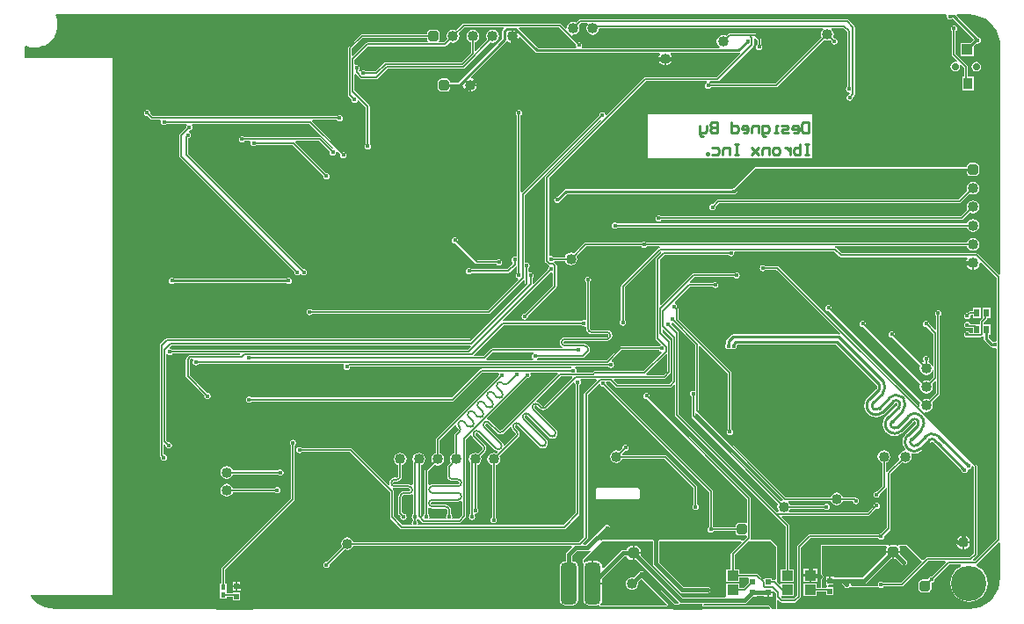
<source format=gbl>
G04*
G04 #@! TF.GenerationSoftware,Altium Limited,Altium Designer,21.1.1 (26)*
G04*
G04 Layer_Physical_Order=2*
G04 Layer_Color=16711680*
%FSLAX44Y44*%
%MOMM*%
G71*
G04*
G04 #@! TF.SameCoordinates,9AE9D992-6700-435F-BEFF-D62808151BB7*
G04*
G04*
G04 #@! TF.FilePolarity,Positive*
G04*
G01*
G75*
%ADD12C,0.2540*%
%ADD75R,0.4500X0.5000*%
%ADD120C,0.7000*%
%ADD123C,0.3500*%
%ADD124C,0.1500*%
%ADD127R,1.1000X1.0000*%
G04:AMPARAMS|DCode=147|XSize=1.524mm|YSize=4mm|CornerRadius=0.381mm|HoleSize=0mm|Usage=FLASHONLY|Rotation=0.000|XOffset=0mm|YOffset=0mm|HoleType=Round|Shape=RoundedRectangle|*
%AMROUNDEDRECTD147*
21,1,1.5240,3.2380,0,0,0.0*
21,1,0.7620,4.0000,0,0,0.0*
1,1,0.7620,0.3810,-1.6190*
1,1,0.7620,-0.3810,-1.6190*
1,1,0.7620,-0.3810,1.6190*
1,1,0.7620,0.3810,1.6190*
%
%ADD147ROUNDEDRECTD147*%
%ADD154C,0.4000*%
%ADD156C,3.4000*%
%ADD157C,0.4000*%
%ADD158R,0.9500X1.1000*%
%ADD159R,1.1000X1.1000*%
%ADD160R,0.5500X0.8000*%
%ADD161C,1.0160*%
G04:AMPARAMS|DCode=162|XSize=1.016mm|YSize=1.016mm|CornerRadius=0.254mm|HoleSize=0mm|Usage=FLASHONLY|Rotation=90.000|XOffset=0mm|YOffset=0mm|HoleType=Round|Shape=RoundedRectangle|*
%AMROUNDEDRECTD162*
21,1,1.0160,0.5080,0,0,90.0*
21,1,0.5080,1.0160,0,0,90.0*
1,1,0.5080,0.2540,0.2540*
1,1,0.5080,0.2540,-0.2540*
1,1,0.5080,-0.2540,-0.2540*
1,1,0.5080,-0.2540,0.2540*
%
%ADD162ROUNDEDRECTD162*%
%ADD163R,0.5000X0.5000*%
G36*
X1018081Y661866D02*
X1023223Y660456D01*
X1028033Y658156D01*
X1032358Y655038D01*
X1036061Y651202D01*
X1039025Y646770D01*
X1041155Y641882D01*
X1042486Y636262D01*
X1042487Y636258D01*
X1042487Y636258D01*
X1042487Y636258D01*
X1042534Y636155D01*
X1042588Y636037D01*
X1042701Y635469D01*
X1042711Y635454D01*
Y411948D01*
X1041441Y411422D01*
X1021326Y431538D01*
X1020747Y431925D01*
X1020064Y432060D01*
X890247D01*
X884928Y437380D01*
X884349Y437766D01*
X883666Y437902D01*
X883696Y439160D01*
X1010606D01*
X1010723Y438572D01*
X1012067Y436561D01*
X1014078Y435217D01*
X1016450Y434745D01*
X1018822Y435217D01*
X1020834Y436561D01*
X1022177Y438572D01*
X1022649Y440944D01*
X1022177Y443316D01*
X1020834Y445327D01*
X1018822Y446671D01*
X1016450Y447143D01*
X1014078Y446671D01*
X1012067Y445327D01*
X1010723Y443316D01*
X1010606Y442728D01*
X702016D01*
X701933Y442853D01*
X700940Y443516D01*
X699770Y443749D01*
X698599Y443516D01*
X697607Y442853D01*
X697524Y442728D01*
X643572D01*
X642889Y442593D01*
X642310Y442206D01*
X632255Y432151D01*
X631757Y432484D01*
X629385Y432956D01*
X627012Y432484D01*
X625001Y431140D01*
X623657Y429129D01*
X623540Y428541D01*
X612553D01*
X612271Y428963D01*
X611278Y429626D01*
X610108Y429859D01*
X609352Y429709D01*
X608082Y430466D01*
Y504721D01*
X701271Y597910D01*
X759862D01*
X760282Y596735D01*
X760264Y596640D01*
X759329Y596015D01*
X758666Y595023D01*
X758433Y593852D01*
X758666Y592682D01*
X759329Y591689D01*
X760322Y591026D01*
X761492Y590793D01*
X762663Y591026D01*
X763655Y591689D01*
X763908Y592068D01*
X826873D01*
X827555Y592203D01*
X828134Y592590D01*
X873342Y637798D01*
X873841Y637465D01*
X876213Y636993D01*
X878585Y637465D01*
X879084Y637798D01*
X880106Y636777D01*
X880017Y636330D01*
X880250Y635159D01*
X880913Y634167D01*
X881905Y633504D01*
X883076Y633271D01*
X884246Y633504D01*
X885239Y634167D01*
X885902Y635159D01*
X886134Y636330D01*
X885902Y637500D01*
X885239Y638493D01*
X884246Y639156D01*
X883076Y639389D01*
X882629Y639300D01*
X881607Y640322D01*
X881940Y640820D01*
X882412Y643193D01*
X881940Y645565D01*
X880597Y647576D01*
X880040Y647948D01*
X880425Y649218D01*
X891563D01*
X895344Y645437D01*
Y592712D01*
X894965Y592459D01*
X894302Y591466D01*
X894069Y590296D01*
X894302Y589126D01*
X894965Y588133D01*
X895957Y587470D01*
X897128Y587237D01*
X898398Y586328D01*
X897636Y585227D01*
X896466Y584994D01*
X895473Y584331D01*
X894810Y583339D01*
X894577Y582168D01*
X894810Y580998D01*
X895473Y580005D01*
X896466Y579342D01*
X897636Y579109D01*
X898807Y579342D01*
X899799Y580005D01*
X900462Y580998D01*
X900695Y582168D01*
X900606Y582615D01*
X902200Y584208D01*
X902587Y584787D01*
X902722Y585470D01*
Y650240D01*
X902587Y650923D01*
X902200Y651502D01*
X896612Y657090D01*
X896033Y657477D01*
X895350Y657612D01*
X638048D01*
X637365Y657477D01*
X636786Y657090D01*
X634061Y654364D01*
X633562Y654697D01*
X631190Y655169D01*
X628818Y654697D01*
X626807Y653353D01*
X625463Y651342D01*
X625050Y649269D01*
X623854Y648669D01*
X619541Y652982D01*
X618963Y653369D01*
X618280Y653505D01*
X526036D01*
X525353Y653369D01*
X524774Y652982D01*
X518536Y646744D01*
X518038Y647077D01*
X515666Y647549D01*
X513293Y647077D01*
X511282Y645733D01*
X509939Y643722D01*
X509467Y641350D01*
X509939Y638978D01*
X510272Y638479D01*
X507053Y635260D01*
X502468D01*
X502235Y635572D01*
X501905Y636530D01*
X502505Y637429D01*
X502780Y638810D01*
Y643890D01*
X502505Y645271D01*
X501723Y646442D01*
X500552Y647225D01*
X499171Y647499D01*
X494091D01*
X492710Y647225D01*
X491539Y646442D01*
X490756Y645271D01*
X490482Y643890D01*
Y643134D01*
X427736D01*
X427053Y642999D01*
X426474Y642612D01*
X415298Y631436D01*
X414911Y630857D01*
X414776Y630174D01*
Y584708D01*
X414911Y584025D01*
X415298Y583446D01*
X417908Y580837D01*
X417819Y580390D01*
X418052Y579220D01*
X418715Y578227D01*
X419707Y577564D01*
X420878Y577331D01*
X422048Y577564D01*
X423041Y578227D01*
X423704Y579220D01*
X423767Y579534D01*
X425145Y579953D01*
X431794Y573303D01*
Y537848D01*
X431415Y537595D01*
X430752Y536603D01*
X430519Y535432D01*
X430752Y534262D01*
X431415Y533269D01*
X432407Y532606D01*
X433578Y532373D01*
X434748Y532606D01*
X435741Y533269D01*
X436404Y534262D01*
X436637Y535432D01*
X436404Y536603D01*
X435741Y537595D01*
X435362Y537848D01*
Y574043D01*
X435227Y574725D01*
X434840Y575304D01*
X420884Y589260D01*
Y604543D01*
X422154Y605069D01*
X426445Y600778D01*
X427024Y600392D01*
X427706Y600256D01*
X442020D01*
X442703Y600392D01*
X443282Y600778D01*
X452899Y610396D01*
X525545D01*
X526228Y610532D01*
X526807Y610918D01*
X551487Y635598D01*
X553735Y635151D01*
X556107Y635623D01*
X558119Y636967D01*
X559463Y638978D01*
X559934Y641350D01*
X559463Y643722D01*
X558119Y645733D01*
X556107Y647077D01*
X553735Y647549D01*
X551363Y647077D01*
X549352Y645733D01*
X548008Y643722D01*
X547536Y641350D01*
X548008Y638978D01*
X548734Y637892D01*
X537658Y626816D01*
X536485Y627302D01*
Y635506D01*
X537073Y635623D01*
X539084Y636967D01*
X540428Y638978D01*
X540900Y641350D01*
X540428Y643722D01*
X539084Y645733D01*
X537073Y647077D01*
X534701Y647549D01*
X532328Y647077D01*
X530317Y645733D01*
X528973Y643722D01*
X528501Y641350D01*
X528973Y638978D01*
X530317Y636967D01*
X532328Y635623D01*
X532916Y635506D01*
Y625610D01*
X523771Y616464D01*
X450850D01*
X450167Y616329D01*
X449588Y615942D01*
X441221Y607574D01*
X431676D01*
X431423Y607953D01*
X430430Y608616D01*
X429260Y608849D01*
X428089Y608616D01*
X427097Y607953D01*
X425665Y607800D01*
X425073Y608707D01*
X425736Y609700D01*
X425969Y610870D01*
X425736Y612040D01*
X425073Y613033D01*
X424081Y613696D01*
X422910Y613929D01*
X422154Y613778D01*
X420884Y614536D01*
Y618767D01*
X433809Y631692D01*
X507792D01*
X508475Y631828D01*
X509053Y632214D01*
X512795Y635956D01*
X513293Y635623D01*
X515666Y635151D01*
X518038Y635623D01*
X520049Y636967D01*
X521393Y638978D01*
X521865Y641350D01*
X521393Y643722D01*
X521060Y644221D01*
X526775Y649936D01*
X564247D01*
X564733Y648763D01*
X563783Y647813D01*
X563281Y647062D01*
X563105Y646176D01*
Y639007D01*
X520773Y596674D01*
X513193D01*
Y596900D01*
X512919Y598281D01*
X512136Y599452D01*
X510965Y600235D01*
X509584Y600509D01*
X504504D01*
X503123Y600235D01*
X501952Y599452D01*
X501169Y598281D01*
X500895Y596900D01*
Y591820D01*
X501169Y590439D01*
X501952Y589268D01*
X503123Y588485D01*
X504504Y588211D01*
X509584D01*
X510965Y588485D01*
X512136Y589268D01*
X512919Y590439D01*
X513193Y591820D01*
Y592046D01*
X521732D01*
X522617Y592222D01*
X523368Y592723D01*
X524305Y593660D01*
X525645Y593204D01*
X525719Y592642D01*
X526382Y591042D01*
X527437Y589667D01*
X528812Y588612D01*
X530412Y587949D01*
X531130Y587855D01*
Y594360D01*
X532130D01*
Y595360D01*
X538635D01*
X538541Y596078D01*
X537878Y597678D01*
X536823Y599053D01*
X535448Y600108D01*
X533848Y600771D01*
X533286Y600845D01*
X532830Y602186D01*
X566835Y636190D01*
X567386Y636397D01*
X568454Y636352D01*
X568521Y636317D01*
X569452Y635602D01*
X571052Y634939D01*
X571770Y634845D01*
Y641350D01*
X573770D01*
Y634845D01*
X574488Y634939D01*
X576088Y635602D01*
X577463Y636657D01*
X578518Y638032D01*
X579181Y639632D01*
X579257Y640208D01*
X580597Y640664D01*
X595263Y625997D01*
X596014Y625496D01*
X596900Y625320D01*
X714551D01*
X715088Y624049D01*
X714342Y623078D01*
X713679Y621478D01*
X713585Y620760D01*
X720090D01*
X726595D01*
X726501Y621478D01*
X725838Y623078D01*
X725092Y624049D01*
X725629Y625320D01*
X790702D01*
X791588Y625496D01*
X792060Y625811D01*
X792870Y624825D01*
X769523Y601478D01*
X700532D01*
X699849Y601343D01*
X699270Y600956D01*
X663652Y565338D01*
X663525Y565345D01*
X662356Y565838D01*
X662210Y566575D01*
X661547Y567567D01*
X660555Y568230D01*
X659384Y568463D01*
X658214Y568230D01*
X657221Y567567D01*
X656558Y566575D01*
X656325Y565404D01*
X656414Y564957D01*
X582174Y490718D01*
X580904Y491244D01*
Y565274D01*
X581283Y565527D01*
X581946Y566520D01*
X582179Y567690D01*
X581946Y568861D01*
X581283Y569853D01*
X580290Y570516D01*
X579120Y570749D01*
X577949Y570516D01*
X576957Y569853D01*
X576294Y568861D01*
X576061Y567690D01*
X576294Y566520D01*
X576957Y565527D01*
X577336Y565274D01*
Y429824D01*
X576441Y429190D01*
X576066Y429070D01*
X575056Y429271D01*
X573885Y429038D01*
X572893Y428375D01*
X572230Y427383D01*
X571997Y426212D01*
X572230Y425042D01*
X572893Y424049D01*
X573272Y423796D01*
Y421871D01*
X568221Y416820D01*
X533530D01*
X533277Y417199D01*
X532285Y417862D01*
X531114Y418095D01*
X529944Y417862D01*
X528951Y417199D01*
X528288Y416207D01*
X528055Y415036D01*
X528288Y413866D01*
X528951Y412873D01*
X529944Y412210D01*
X531114Y411977D01*
X532285Y412210D01*
X533277Y412873D01*
X533530Y413252D01*
X568960D01*
X569643Y413387D01*
X570222Y413774D01*
X576066Y419618D01*
X577055Y419341D01*
X577336Y419139D01*
Y413496D01*
X576957Y413243D01*
X576294Y412251D01*
X576061Y411080D01*
X576294Y409910D01*
X576957Y408917D01*
X577949Y408254D01*
X578353Y408174D01*
X578771Y406796D01*
X549470Y377495D01*
X380159D01*
X379906Y377874D01*
X378913Y378537D01*
X377743Y378769D01*
X376572Y378537D01*
X375580Y377874D01*
X374917Y376881D01*
X374684Y375711D01*
X374917Y374540D01*
X375580Y373548D01*
X376572Y372885D01*
X377743Y372652D01*
X378913Y372885D01*
X379906Y373548D01*
X380159Y373926D01*
X550209D01*
X550891Y374062D01*
X551470Y374449D01*
X583492Y406470D01*
X584762Y405944D01*
Y403135D01*
X531899Y350272D01*
X239776D01*
X239093Y350136D01*
X238514Y349750D01*
X233688Y344924D01*
X233302Y344345D01*
X233166Y343662D01*
Y237744D01*
X233302Y237061D01*
X233688Y236482D01*
X234200Y235971D01*
X234111Y235524D01*
X234344Y234354D01*
X235007Y233361D01*
X235999Y232698D01*
X237170Y232465D01*
X238340Y232698D01*
X239333Y233361D01*
X239996Y234354D01*
X240229Y235524D01*
X239996Y236695D01*
X239333Y237687D01*
X238340Y238350D01*
X237170Y238583D01*
X236734Y238940D01*
Y248033D01*
X237908Y248519D01*
X238838Y247589D01*
X238749Y247142D01*
X238982Y245972D01*
X239645Y244979D01*
X240637Y244316D01*
X241808Y244083D01*
X242978Y244316D01*
X243971Y244979D01*
X244634Y245972D01*
X244867Y247142D01*
X244634Y248312D01*
X243971Y249305D01*
X242978Y249968D01*
X241808Y250201D01*
X241361Y250112D01*
X239274Y252199D01*
Y335089D01*
X240544Y335474D01*
X240761Y335149D01*
X241754Y334486D01*
X242924Y334253D01*
X244095Y334486D01*
X245087Y335149D01*
X245443Y335682D01*
X310214D01*
X310853Y334412D01*
X310559Y334016D01*
X262128D01*
X261445Y333881D01*
X260866Y333494D01*
X258834Y331462D01*
X258447Y330883D01*
X258312Y330200D01*
Y313690D01*
X258447Y313007D01*
X258834Y312428D01*
X276200Y295063D01*
X276111Y294616D01*
X276344Y293446D01*
X277007Y292453D01*
X277999Y291790D01*
X279170Y291557D01*
X280340Y291790D01*
X281333Y292453D01*
X281996Y293446D01*
X282229Y294616D01*
X281996Y295787D01*
X281333Y296779D01*
X280340Y297442D01*
X279170Y297675D01*
X278723Y297586D01*
X261880Y314429D01*
Y329461D01*
X262867Y330448D01*
X264923D01*
X264973Y330395D01*
X265486Y329178D01*
X265084Y328577D01*
X264851Y327406D01*
X265084Y326236D01*
X265747Y325243D01*
X266740Y324580D01*
X267910Y324347D01*
X269081Y324580D01*
X270073Y325243D01*
X270326Y325622D01*
X410087D01*
X410766Y324352D01*
X410534Y324005D01*
X410301Y322834D01*
X410534Y321664D01*
X411197Y320671D01*
X412190Y320008D01*
X413360Y319775D01*
X414531Y320008D01*
X415523Y320671D01*
X416186Y321664D01*
X416419Y322834D01*
X416622Y323082D01*
X629492D01*
X629892Y321899D01*
X629162Y321062D01*
X543306D01*
X542623Y320927D01*
X542044Y320540D01*
X514627Y293122D01*
X321694D01*
X321441Y293501D01*
X320448Y294164D01*
X319278Y294397D01*
X318107Y294164D01*
X317115Y293501D01*
X316452Y292509D01*
X316219Y291338D01*
X316452Y290168D01*
X317115Y289175D01*
X318107Y288512D01*
X319278Y288279D01*
X320448Y288512D01*
X321441Y289175D01*
X321694Y289554D01*
X515366D01*
X516049Y289690D01*
X516628Y290076D01*
X544045Y317494D01*
X559591D01*
X560270Y316224D01*
X560038Y315877D01*
X559805Y314706D01*
X559894Y314259D01*
X499626Y253992D01*
X499240Y253413D01*
X499104Y252730D01*
Y239739D01*
X498516Y239622D01*
X496505Y238278D01*
X495161Y236267D01*
X494689Y233895D01*
X495161Y231523D01*
X495494Y231024D01*
X488723Y224253D01*
X488336Y223675D01*
X488200Y222992D01*
Y180841D01*
X487822Y180588D01*
X487159Y179595D01*
X487032Y178957D01*
X485720Y178473D01*
X484638Y179555D01*
Y228051D01*
X485226Y228168D01*
X487237Y229512D01*
X488581Y231523D01*
X489053Y233895D01*
X488581Y236267D01*
X487237Y238278D01*
X485226Y239622D01*
X482854Y240094D01*
X480482Y239622D01*
X478471Y238278D01*
X477127Y236267D01*
X476655Y233895D01*
X477127Y231523D01*
X477504Y230959D01*
X477337Y230709D01*
X477201Y230026D01*
Y209322D01*
X475931Y208644D01*
X475162Y209158D01*
X473195Y209549D01*
Y209484D01*
X459505D01*
X459466Y209477D01*
X458423Y209909D01*
X457991Y210951D01*
X457999Y210990D01*
X457991Y211029D01*
X458423Y212072D01*
X459466Y212504D01*
X459505Y212496D01*
X461530D01*
Y212431D01*
X463497Y212823D01*
X465164Y213937D01*
X466278Y215604D01*
X466669Y217570D01*
X466604D01*
Y228051D01*
X467192Y228168D01*
X469203Y229512D01*
X470547Y231523D01*
X471019Y233895D01*
X470547Y236267D01*
X469203Y238278D01*
X467192Y239622D01*
X464820Y240094D01*
X462448Y239622D01*
X460437Y238278D01*
X459093Y236267D01*
X458621Y233895D01*
X459093Y231523D01*
X460437Y229512D01*
X462448Y228168D01*
X463036Y228051D01*
Y217570D01*
X463043Y217531D01*
X462612Y216489D01*
X461569Y216057D01*
X461530Y216064D01*
X459505D01*
Y216129D01*
X457538Y215738D01*
X455871Y214624D01*
X454757Y212957D01*
X454366Y210990D01*
Y210990D01*
Y210990D01*
X454366D01*
X454650Y209561D01*
X453480Y208936D01*
X418330Y244086D01*
X417751Y244473D01*
X417068Y244608D01*
X370208D01*
X369955Y244987D01*
X368963Y245650D01*
X367792Y245883D01*
X366622Y245650D01*
X365629Y244987D01*
X364966Y243995D01*
X364733Y242824D01*
X364966Y241653D01*
X365629Y240661D01*
X366622Y239998D01*
X367792Y239765D01*
X368963Y239998D01*
X369955Y240661D01*
X370208Y241040D01*
X416329D01*
X454908Y202461D01*
Y178054D01*
X455043Y177371D01*
X455430Y176792D01*
X464906Y167317D01*
X465484Y166930D01*
X466167Y166794D01*
X622985D01*
X623668Y166930D01*
X624246Y167317D01*
X637024Y180094D01*
X637411Y180673D01*
X637546Y181356D01*
Y305686D01*
X637925Y305939D01*
X638588Y306931D01*
X638821Y308102D01*
X638588Y309272D01*
X638272Y309746D01*
X638913Y311016D01*
X653459D01*
X653985Y309746D01*
X642374Y298135D01*
X641988Y297556D01*
X641852Y296874D01*
Y158727D01*
X637309Y154184D01*
X419864D01*
X419747Y154772D01*
X418403Y156783D01*
X416392Y158127D01*
X414020Y158599D01*
X411648Y158127D01*
X409637Y156783D01*
X408293Y154772D01*
X407821Y152400D01*
X408293Y150028D01*
X408626Y149529D01*
X394147Y135050D01*
X393700Y135139D01*
X392529Y134906D01*
X391537Y134243D01*
X390874Y133251D01*
X390641Y132080D01*
X390874Y130910D01*
X391537Y129917D01*
X392529Y129254D01*
X393700Y129021D01*
X394870Y129254D01*
X395863Y129917D01*
X396526Y130910D01*
X396759Y132080D01*
X396670Y132527D01*
X411149Y147006D01*
X411648Y146673D01*
X414020Y146201D01*
X416392Y146673D01*
X418403Y148017D01*
X419747Y150028D01*
X419864Y150616D01*
X629771D01*
X630257Y149442D01*
X625217Y144403D01*
X624554Y143411D01*
X624321Y142240D01*
X624321Y142240D01*
Y135394D01*
X623570D01*
X621693Y135021D01*
X620102Y133958D01*
X619039Y132367D01*
X618666Y130490D01*
Y98110D01*
X619039Y96233D01*
X620102Y94642D01*
X621693Y93579D01*
X623570Y93206D01*
X631190D01*
X633067Y93579D01*
X634658Y94642D01*
X635721Y96233D01*
X636094Y98110D01*
Y130490D01*
X635721Y132367D01*
X634658Y133958D01*
X633067Y135021D01*
X631190Y135394D01*
X630439D01*
Y140973D01*
X634997Y145531D01*
X645160D01*
X645160Y145531D01*
X646330Y145764D01*
X647323Y146427D01*
X648165Y145506D01*
X640585Y137925D01*
X640268Y137160D01*
Y134731D01*
X640365Y134497D01*
X640384Y134244D01*
X640517Y134129D01*
X640585Y133966D01*
X640819Y133869D01*
X641011Y133703D01*
X641219Y133635D01*
X641899Y132367D01*
X641526Y130490D01*
Y98110D01*
X641899Y96233D01*
X642962Y94642D01*
X644553Y93579D01*
X646430Y93206D01*
X654050D01*
X655233Y93441D01*
X655929Y93576D01*
X656720Y92582D01*
X656776Y92396D01*
X656945Y92190D01*
X657047Y91945D01*
X657198Y91882D01*
X657302Y91755D01*
X657566Y91729D01*
X657812Y91628D01*
X721217D01*
X721416Y91710D01*
X721631D01*
X721783Y91862D01*
X721982Y91945D01*
X722065Y92144D01*
X722217Y92296D01*
X722703Y93469D01*
Y93684D01*
X722785Y93883D01*
X722703Y94082D01*
Y94298D01*
X722551Y94450D01*
X722468Y94649D01*
X697741Y119376D01*
X696976Y119693D01*
X696211Y119376D01*
X695123Y118288D01*
X693467Y118428D01*
X693033Y118993D01*
X692468Y119427D01*
X692328Y121083D01*
X695503Y124258D01*
X695665Y124366D01*
X695726Y124459D01*
X695829Y124501D01*
X695890Y124562D01*
X695969Y124594D01*
X696048Y124673D01*
X696156Y124695D01*
X696228Y124742D01*
X696312Y124759D01*
X696404Y124821D01*
X696515D01*
X696594Y124854D01*
X696680D01*
X696783Y124896D01*
X696892Y124874D01*
X696976Y124891D01*
X697060Y124874D01*
X697169Y124896D01*
X697272Y124854D01*
X697357D01*
X697437Y124821D01*
X697548D01*
X697640Y124759D01*
X697724Y124742D01*
X697796Y124695D01*
X697904Y124673D01*
X697983Y124595D01*
X698062Y124562D01*
X698123Y124501D01*
X698225Y124459D01*
X698287Y124366D01*
X698449Y124258D01*
X728993Y93714D01*
X729759Y93397D01*
X732599D01*
X732766Y93466D01*
X732946Y93454D01*
X733134Y93618D01*
X733365Y93714D01*
X733434Y93880D01*
X733570Y93999D01*
X734035Y94761D01*
X735219Y94753D01*
X735330Y94731D01*
X754966D01*
X755449Y94278D01*
X755833Y93702D01*
X755899Y93442D01*
X755888Y93173D01*
X755997Y93055D01*
X756036Y92900D01*
X756661Y92063D01*
X756731Y92021D01*
X756763Y91945D01*
X757079Y91814D01*
X757373Y91639D01*
X757452Y91659D01*
X757528Y91628D01*
X819972D01*
X820947Y90652D01*
X820461Y89479D01*
X132991D01*
X127574Y89953D01*
X122536Y91303D01*
X117809Y93507D01*
X113537Y96499D01*
X109849Y100187D01*
X108627Y101931D01*
X109214Y103058D01*
X186690D01*
X187455Y103375D01*
X187772Y104140D01*
Y619242D01*
X187455Y620008D01*
X186690Y620325D01*
X102868D01*
X102829Y620351D01*
Y631352D01*
X102902Y631484D01*
X103927Y632185D01*
X104133Y632209D01*
X107124Y631124D01*
X107125Y631123D01*
X107142Y631118D01*
X107149Y631117D01*
X108279Y630850D01*
X108311Y630846D01*
X112185Y630395D01*
X112340Y630407D01*
X112770Y630322D01*
X113166Y630400D01*
X113296Y630388D01*
X116809Y630756D01*
X117152Y630862D01*
X117505Y630932D01*
X117817Y630966D01*
X117819Y630967D01*
X117824Y630970D01*
X117830Y630970D01*
X117832Y630971D01*
X117836Y630973D01*
X117840Y630973D01*
X121192Y632056D01*
X121194Y632056D01*
X121194Y632056D01*
X121198Y632057D01*
X121269Y632097D01*
X121596Y632162D01*
X121991Y632426D01*
X122161Y632483D01*
X125226Y634240D01*
X125503Y634481D01*
X125933Y634769D01*
X126079Y634854D01*
X128714Y637206D01*
X128732Y637230D01*
X128951Y637376D01*
X129256Y637832D01*
X129421Y637983D01*
X129425Y637988D01*
X129425Y637989D01*
X129426Y637990D01*
X131399Y640673D01*
X131415Y640695D01*
X131415Y640695D01*
X131510Y640825D01*
X131511Y640825D01*
X131514Y640829D01*
X132054Y641734D01*
X132054Y641734D01*
X132049Y641745D01*
X133505Y644954D01*
X133513Y644951D01*
X133608Y645093D01*
X133685Y645483D01*
X133837Y645952D01*
X133874Y646116D01*
X133874Y646116D01*
X133874Y646116D01*
X133874Y646117D01*
X133874Y646117D01*
X134567Y649251D01*
X134600Y649401D01*
X134759Y650493D01*
X134732Y651752D01*
X134753Y653934D01*
X134779Y653960D01*
X134792Y654026D01*
X134752Y654231D01*
X134654Y655024D01*
X134622Y655181D01*
X133990Y658322D01*
X133956Y658487D01*
X133760Y659173D01*
X133707Y659440D01*
X133666Y659501D01*
X133140Y660657D01*
X132915Y661180D01*
X133789Y662361D01*
X990745D01*
X991542Y661091D01*
X991408Y660420D01*
X991641Y659249D01*
X992304Y658257D01*
X993296Y657594D01*
X994467Y657361D01*
X995637Y657594D01*
X996630Y658257D01*
X997599Y657494D01*
X1017125Y637968D01*
X1014307Y635150D01*
X1004580D01*
Y622150D01*
X1017580D01*
Y631877D01*
X1020121Y634418D01*
X1021080Y634227D01*
X1022251Y634460D01*
X1023243Y635123D01*
X1023906Y636115D01*
X1024139Y637286D01*
X1023906Y638456D01*
X1023243Y639449D01*
X1022251Y640112D01*
X1021348Y640292D01*
X1000548Y661091D01*
X1001074Y662361D01*
X1012544D01*
X1018081Y661866D01*
D02*
G37*
G36*
X634062Y633415D02*
X633973Y632968D01*
X634206Y631797D01*
X634593Y631218D01*
X634046Y629965D01*
X634030Y629949D01*
X597859D01*
X579044Y648763D01*
X579530Y649936D01*
X617541D01*
X634062Y633415D01*
D02*
G37*
G36*
X645469Y652774D02*
X644513Y651342D01*
X644041Y648970D01*
X644513Y646598D01*
X645857Y644587D01*
X647868Y643243D01*
X650240Y642771D01*
X652612Y643243D01*
X654623Y644587D01*
X655967Y646598D01*
X656439Y648970D01*
X656643Y649218D01*
X872001D01*
X872386Y647948D01*
X871830Y647576D01*
X870486Y645565D01*
X870014Y643193D01*
X870486Y640820D01*
X870819Y640322D01*
X826134Y595636D01*
X763908D01*
X763655Y596015D01*
X762720Y596640D01*
X762702Y596735D01*
X763122Y597910D01*
X770262D01*
X770945Y598046D01*
X771524Y598432D01*
X804858Y631766D01*
X805245Y632345D01*
X805380Y633028D01*
Y638862D01*
X806650Y639388D01*
X808730Y637309D01*
Y633606D01*
X808351Y633353D01*
X807688Y632360D01*
X807455Y631190D01*
X807688Y630019D01*
X808351Y629027D01*
X809343Y628364D01*
X810514Y628131D01*
X811684Y628364D01*
X812677Y629027D01*
X813340Y630019D01*
X813573Y631190D01*
X813340Y632360D01*
X812677Y633353D01*
X812298Y633606D01*
Y638048D01*
X812162Y638731D01*
X811776Y639310D01*
X807712Y643374D01*
X807133Y643761D01*
X806450Y643896D01*
X781812D01*
X781129Y643761D01*
X780550Y643374D01*
X778841Y641664D01*
X778342Y641997D01*
X775970Y642469D01*
X773598Y641997D01*
X771587Y640653D01*
X770243Y638642D01*
X769771Y636270D01*
X770243Y633898D01*
X771587Y631887D01*
X772586Y631218D01*
X772201Y629949D01*
X640034D01*
X640018Y629965D01*
X639471Y631218D01*
X639858Y631797D01*
X640091Y632968D01*
X639858Y634138D01*
X639195Y635131D01*
X638203Y635794D01*
X637032Y636027D01*
X636585Y635938D01*
X630889Y641635D01*
X631489Y642830D01*
X633562Y643243D01*
X635573Y644587D01*
X636917Y646598D01*
X637389Y648970D01*
X636917Y651342D01*
X636584Y651841D01*
X638787Y654044D01*
X644790D01*
X645469Y652774D01*
D02*
G37*
G36*
X490482Y638810D02*
X490756Y637429D01*
X491357Y636530D01*
X491027Y635572D01*
X490794Y635260D01*
X433070D01*
X432387Y635125D01*
X431808Y634738D01*
X419518Y622447D01*
X418344Y622933D01*
Y629435D01*
X428475Y639566D01*
X490482D01*
Y638810D01*
D02*
G37*
G36*
X714756Y437902D02*
X714073Y437766D01*
X713494Y437380D01*
X677934Y401820D01*
X677548Y401241D01*
X677412Y400558D01*
Y367922D01*
X677033Y367669D01*
X676370Y366676D01*
X676137Y365506D01*
X676370Y364336D01*
X677033Y363343D01*
X678026Y362680D01*
X679196Y362447D01*
X680367Y362680D01*
X681359Y363343D01*
X682022Y364336D01*
X682255Y365506D01*
X682022Y366676D01*
X681359Y367669D01*
X680980Y367922D01*
Y399819D01*
X715099Y433938D01*
X715781Y433842D01*
X716231Y432497D01*
X711716Y427982D01*
X711329Y427403D01*
X711194Y426720D01*
Y349840D01*
X711329Y349157D01*
X711716Y348578D01*
X715632Y344662D01*
X715236Y343262D01*
X714510Y342777D01*
X714257Y342398D01*
X677335D01*
X676652Y342262D01*
X676074Y341876D01*
X663388Y329190D01*
X596795D01*
X596395Y330373D01*
X597125Y331210D01*
X640588D01*
X641271Y331345D01*
X641850Y331732D01*
X646930Y336812D01*
X647317Y337391D01*
X647452Y338074D01*
Y339840D01*
X647517D01*
X647126Y341807D01*
X646012Y343474D01*
X644344Y344588D01*
X642378Y344979D01*
Y344914D01*
X623558D01*
X623519Y344907D01*
X622477Y345339D01*
X622045Y346381D01*
X622052Y346420D01*
X622045Y346459D01*
X622477Y347502D01*
X623519Y347934D01*
X623558Y347926D01*
X663951D01*
Y347861D01*
X665917Y348253D01*
X667584Y349366D01*
X668698Y351034D01*
X669090Y353000D01*
Y353000D01*
Y353000D01*
X669090D01*
X668698Y354967D01*
X667584Y356634D01*
X665917Y357748D01*
X663951Y358139D01*
Y358074D01*
X648958D01*
X648919Y358067D01*
X647877Y358499D01*
X647445Y359541D01*
X647452Y359580D01*
Y377190D01*
Y404492D01*
X647831Y404745D01*
X648494Y405737D01*
X648727Y406908D01*
X648494Y408078D01*
X647831Y409071D01*
X646839Y409734D01*
X645668Y409967D01*
X644498Y409734D01*
X643505Y409071D01*
X642842Y408078D01*
X642609Y406908D01*
X642842Y405737D01*
X643505Y404745D01*
X643884Y404492D01*
Y377190D01*
Y368656D01*
X643457Y368315D01*
X642614Y367870D01*
X641673Y368057D01*
X640503Y367824D01*
X639510Y367161D01*
X639257Y366782D01*
X564409D01*
X563883Y368052D01*
X609661Y413830D01*
X610108Y413741D01*
X610864Y413892D01*
X612134Y413135D01*
Y401297D01*
X585155Y374318D01*
X584708Y374407D01*
X583537Y374174D01*
X582545Y373511D01*
X581882Y372519D01*
X581649Y371348D01*
X581882Y370177D01*
X582545Y369185D01*
X583537Y368522D01*
X584708Y368289D01*
X585878Y368522D01*
X586871Y369185D01*
X587534Y370177D01*
X587767Y371348D01*
X587678Y371795D01*
X615180Y399296D01*
X615566Y399875D01*
X615702Y400558D01*
Y420116D01*
X615566Y420799D01*
X615180Y421378D01*
X612976Y423581D01*
X612854Y423764D01*
X613221Y424972D01*
X623540D01*
X623657Y424384D01*
X625001Y422373D01*
X627012Y421029D01*
X629385Y420558D01*
X631757Y421029D01*
X633768Y422373D01*
X635112Y424384D01*
X635584Y426757D01*
X635112Y429129D01*
X634779Y429627D01*
X644311Y439160D01*
X697184D01*
X697607Y438527D01*
X698599Y437864D01*
X699770Y437631D01*
X700940Y437864D01*
X701933Y438527D01*
X702356Y439160D01*
X714726D01*
X714756Y437902D01*
D02*
G37*
G36*
X888246Y429014D02*
X888825Y428628D01*
X889508Y428492D01*
X1010950D01*
X1011465Y427222D01*
X1010703Y426228D01*
X1010040Y424628D01*
X1009945Y423910D01*
X1016450D01*
Y422910D01*
X1017450D01*
Y416405D01*
X1018168Y416499D01*
X1019769Y417162D01*
X1021143Y418217D01*
X1022198Y419592D01*
X1022861Y421192D01*
X1023087Y422910D01*
X1023083Y422937D01*
X1024286Y423531D01*
X1039388Y408429D01*
Y347876D01*
X1038118Y347090D01*
X1037422Y347229D01*
X1036251Y346996D01*
X1035904Y346764D01*
X1035729D01*
X1031704Y350789D01*
Y354030D01*
X1033140D01*
Y364030D01*
X1026674D01*
Y365334D01*
X1029737Y368397D01*
X1030124Y368976D01*
X1030260Y369659D01*
Y370030D01*
X1033140D01*
Y380030D01*
X1025640D01*
Y370030D01*
X1025640Y370030D01*
X1025640D01*
X1025210Y368917D01*
X1023628Y367335D01*
X1023242Y366756D01*
X1023106Y366073D01*
Y364030D01*
X1018562D01*
X1018390Y364064D01*
X1013789D01*
X1013746Y364281D01*
X1013083Y365273D01*
X1012091Y365936D01*
X1010920Y366169D01*
X1009750Y365936D01*
X1008757Y365273D01*
X1008094Y364281D01*
X1007861Y363110D01*
X1008094Y361940D01*
X1008757Y360947D01*
X1009750Y360284D01*
X1010920Y360051D01*
X1012091Y360284D01*
X1012411Y360499D01*
X1012427Y360496D01*
X1016640D01*
Y355064D01*
X1013833D01*
X1013746Y355500D01*
X1013083Y356493D01*
X1012091Y357156D01*
X1010920Y357389D01*
X1009750Y357156D01*
X1008757Y356493D01*
X1008094Y355500D01*
X1007861Y354330D01*
X1008094Y353159D01*
X1008757Y352167D01*
X1009750Y351504D01*
X1010920Y351271D01*
X1012091Y351504D01*
X1012208Y351583D01*
X1012646Y351496D01*
X1023865D01*
X1024548Y351632D01*
X1025127Y352018D01*
X1025806Y352697D01*
X1027076Y352208D01*
Y349830D01*
X1027252Y348944D01*
X1027753Y348193D01*
X1033134Y342813D01*
X1033885Y342311D01*
X1034771Y342135D01*
X1035174D01*
X1035259Y342007D01*
X1036251Y341344D01*
X1037422Y341111D01*
X1038118Y341250D01*
X1039388Y340464D01*
Y156721D01*
X1018563Y135896D01*
X1017024D01*
X1016498Y137166D01*
X1020310Y140978D01*
X1020696Y141557D01*
X1020832Y142240D01*
Y227076D01*
X1020696Y227759D01*
X1020310Y228338D01*
X970104Y278544D01*
X970729Y279714D01*
X971550Y279551D01*
X973922Y280023D01*
X975933Y281367D01*
X977277Y283378D01*
X977749Y285750D01*
X977277Y288122D01*
X976944Y288621D01*
X984242Y295918D01*
X984629Y296497D01*
X984764Y297180D01*
Y372234D01*
X985143Y372487D01*
X985806Y373479D01*
X986039Y374650D01*
X985806Y375821D01*
X985143Y376813D01*
X984150Y377476D01*
X982980Y377709D01*
X981809Y377476D01*
X980817Y376813D01*
X980154Y375821D01*
X979921Y374650D01*
X980154Y373479D01*
X980817Y372487D01*
X981196Y372234D01*
Y359027D01*
X980022Y358541D01*
X974520Y364043D01*
X974609Y364490D01*
X974376Y365661D01*
X973713Y366653D01*
X972720Y367316D01*
X971550Y367549D01*
X970379Y367316D01*
X969387Y366653D01*
X968724Y365661D01*
X968491Y364490D01*
X968724Y363320D01*
X969387Y362327D01*
X970379Y361664D01*
X971550Y361431D01*
X971997Y361520D01*
X978696Y354821D01*
Y323060D01*
X977426Y322935D01*
X977277Y323682D01*
X975933Y325693D01*
X974070Y326938D01*
X973861Y327692D01*
X973799Y328357D01*
X974376Y329220D01*
X974609Y330390D01*
X974376Y331561D01*
X973713Y332553D01*
X972720Y333216D01*
X971550Y333449D01*
X970379Y333216D01*
X969387Y332553D01*
X968724Y331561D01*
X968491Y330390D01*
X968724Y329220D01*
X968844Y329040D01*
X968827Y328454D01*
X968357Y327576D01*
X967871Y327512D01*
X941500Y353883D01*
X941589Y354330D01*
X941356Y355500D01*
X940693Y356493D01*
X939700Y357156D01*
X938530Y357389D01*
X937359Y357156D01*
X936367Y356493D01*
X935704Y355500D01*
X935471Y354330D01*
X935704Y353159D01*
X936367Y352167D01*
X937359Y351504D01*
X938530Y351271D01*
X938977Y351360D01*
X966156Y324181D01*
X965823Y323682D01*
X965351Y321310D01*
X965823Y318938D01*
X967167Y316927D01*
X969178Y315583D01*
X971550Y315111D01*
X973922Y315583D01*
X975933Y316927D01*
X977277Y318938D01*
X977426Y319685D01*
X978696Y319560D01*
Y313199D01*
X974421Y308924D01*
X973922Y309257D01*
X971550Y309729D01*
X969178Y309257D01*
X968679Y308924D01*
X913560Y364043D01*
X913649Y364490D01*
X913416Y365661D01*
X912753Y366653D01*
X911760Y367316D01*
X910590Y367549D01*
X909419Y367316D01*
X908427Y366653D01*
X907764Y365661D01*
X907531Y364490D01*
X907764Y363320D01*
X908427Y362327D01*
X909419Y361664D01*
X910590Y361431D01*
X911037Y361520D01*
X966156Y306401D01*
X965823Y305902D01*
X965351Y303530D01*
X965823Y301158D01*
X967167Y299147D01*
X969178Y297803D01*
X971550Y297331D01*
X973922Y297803D01*
X975933Y299147D01*
X977277Y301158D01*
X977749Y303530D01*
X977277Y305902D01*
X976944Y306401D01*
X980022Y309479D01*
X981196Y308993D01*
Y297919D01*
X974421Y291144D01*
X973922Y291477D01*
X971550Y291949D01*
X969178Y291477D01*
X968679Y291144D01*
X880540Y379283D01*
X880629Y379730D01*
X880396Y380900D01*
X879733Y381893D01*
X878740Y382556D01*
X877570Y382789D01*
X876400Y382556D01*
X875407Y381893D01*
X874744Y380900D01*
X874511Y379730D01*
X874744Y378559D01*
X875407Y377567D01*
X876400Y376904D01*
X877570Y376671D01*
X878017Y376760D01*
X966156Y288621D01*
X965823Y288122D01*
X965351Y285750D01*
X965514Y284929D01*
X964344Y284304D01*
X829302Y419346D01*
X828723Y419733D01*
X828040Y419868D01*
X816514D01*
X816261Y420247D01*
X815268Y420910D01*
X814098Y421143D01*
X812927Y420910D01*
X811935Y420247D01*
X811272Y419254D01*
X811039Y418084D01*
X811272Y416913D01*
X811935Y415921D01*
X812927Y415258D01*
X814098Y415025D01*
X815268Y415258D01*
X816261Y415921D01*
X816514Y416300D01*
X827301D01*
X888427Y355174D01*
X887801Y354004D01*
X887294Y354104D01*
X785514D01*
X784628Y353928D01*
X783877Y353427D01*
X779413Y348963D01*
X778912Y348212D01*
X778736Y347326D01*
Y344836D01*
X778224Y344071D01*
X777991Y342900D01*
X778224Y341730D01*
X778887Y340737D01*
X779880Y340074D01*
X781050Y339841D01*
X782221Y340074D01*
X782678Y340380D01*
X783590Y340633D01*
X784502Y340380D01*
X784959Y340074D01*
X786130Y339841D01*
X787300Y340074D01*
X788293Y340737D01*
X788956Y341730D01*
X789189Y342900D01*
X789144Y343125D01*
X790150Y344395D01*
X884231D01*
X907048Y321578D01*
X907048Y321578D01*
X908998Y319628D01*
X908998Y319628D01*
X923214Y305413D01*
X924074Y304494D01*
X924578Y303424D01*
X924088Y302400D01*
X924084Y302393D01*
X924084Y302330D01*
X923233Y301479D01*
X916057Y294303D01*
X915123Y293441D01*
X915116Y293435D01*
X914369Y292463D01*
X913327Y291104D01*
X912203Y288389D01*
X911819Y285476D01*
X912203Y282563D01*
X913327Y279848D01*
X915116Y277517D01*
Y277517D01*
X915116D01*
X917447Y275728D01*
X920162Y274603D01*
X923075Y274220D01*
X925989Y274603D01*
X928703Y275728D01*
X930065Y276772D01*
X931035Y277517D01*
X931043Y277527D01*
X931891Y278446D01*
X941373Y287929D01*
X941399Y287967D01*
X942238Y288314D01*
X943466Y287788D01*
X943873Y286745D01*
X943433Y285824D01*
X943429Y285817D01*
X943429Y285754D01*
X942578Y284903D01*
X934018Y276343D01*
X933084Y275481D01*
X933076Y275475D01*
X932330Y274502D01*
X931288Y273144D01*
X930163Y270429D01*
X929779Y267516D01*
X930163Y264602D01*
X931288Y261887D01*
X932337Y260520D01*
X933076Y259556D01*
D01*
X934040Y258817D01*
X935408Y257767D01*
X938122Y256643D01*
X941036Y256259D01*
X943949Y256643D01*
X946664Y257767D01*
X948025Y258812D01*
X948995Y259556D01*
X949003Y259566D01*
X949852Y260486D01*
X959334Y269968D01*
X959359Y270006D01*
X960170Y270342D01*
X961393Y269821D01*
X961817Y268749D01*
X961394Y267864D01*
X961389Y267857D01*
X961389Y267794D01*
X960538Y266943D01*
X952911Y259315D01*
X951977Y258453D01*
X951970Y258447D01*
X951223Y257474D01*
X950181Y256116D01*
X949056Y253401D01*
X948673Y250488D01*
X949056Y247575D01*
X950181Y244860D01*
X951118Y243638D01*
X950556Y242285D01*
X948858Y241947D01*
X946847Y240603D01*
X945503Y238592D01*
X945031Y236220D01*
X945503Y233848D01*
X945836Y233349D01*
X934220Y221734D01*
X933833Y221155D01*
X932584Y221383D01*
Y230388D01*
X933172Y230505D01*
X935183Y231849D01*
X936527Y233860D01*
X936999Y236232D01*
X936527Y238605D01*
X935183Y240616D01*
X933172Y241959D01*
X930800Y242431D01*
X928428Y241959D01*
X926416Y240616D01*
X925072Y238605D01*
X924601Y236232D01*
X925072Y233860D01*
X926416Y231849D01*
X928428Y230505D01*
X929016Y230388D01*
Y207639D01*
X924019Y202642D01*
X923572Y202731D01*
X922402Y202498D01*
X921410Y201835D01*
X920747Y200843D01*
X920514Y199672D01*
X920747Y198502D01*
X921410Y197510D01*
X922402Y196847D01*
X923572Y196614D01*
X924743Y196847D01*
X925735Y197510D01*
X926398Y198502D01*
X926631Y199672D01*
X926542Y200119D01*
X932061Y205638D01*
X932448Y206217D01*
X933698Y205989D01*
Y167871D01*
X928309Y162482D01*
X927862Y162571D01*
X926692Y162338D01*
X925699Y161675D01*
X925446Y161296D01*
X859028D01*
X858345Y161161D01*
X857766Y160774D01*
X847606Y150614D01*
X847219Y150035D01*
X847084Y149352D01*
Y102339D01*
X844065Y99320D01*
X833097D01*
X831737Y100681D01*
X832263Y101951D01*
X844249D01*
Y113951D01*
X831249D01*
Y113951D01*
X830113Y113480D01*
X827669Y115924D01*
X827613Y116274D01*
X827535Y117445D01*
X827845Y118083D01*
X827827Y118148D01*
X827852Y118211D01*
X827852Y118643D01*
Y149860D01*
X827852Y149860D01*
X827535Y150625D01*
X827535Y150625D01*
X822455Y155705D01*
X821690Y156022D01*
X802927D01*
X802248Y157292D01*
X802256Y157305D01*
X802392Y157988D01*
Y196342D01*
X802256Y197025D01*
X801870Y197604D01*
X705026Y294447D01*
X705115Y294894D01*
X704882Y296064D01*
X704219Y297057D01*
X703226Y297720D01*
X702056Y297953D01*
X700885Y297720D01*
X699893Y297057D01*
X699230Y296064D01*
X698997Y294894D01*
X699230Y293724D01*
X699893Y292731D01*
X700885Y292068D01*
X702056Y291835D01*
X702503Y291924D01*
X798824Y195603D01*
Y172822D01*
X797885Y172320D01*
X797554Y172268D01*
X796291Y172519D01*
X791210D01*
X789829Y172245D01*
X788658Y171462D01*
X787876Y170291D01*
X787601Y168910D01*
Y168154D01*
X766448D01*
X766195Y168533D01*
X765816Y168786D01*
Y202946D01*
X765680Y203629D01*
X765294Y204208D01*
X663116Y306385D01*
X663205Y306832D01*
X663055Y307588D01*
X663812Y308858D01*
X666773D01*
X672152Y303478D01*
X672731Y303092D01*
X673414Y302956D01*
X725110D01*
X725793Y303092D01*
X726372Y303478D01*
X728562Y305669D01*
X729736Y305183D01*
Y276352D01*
X729872Y275669D01*
X730258Y275090D01*
X825508Y179840D01*
X835965Y169384D01*
Y127950D01*
X831249D01*
Y115950D01*
X844249D01*
Y127950D01*
X839534D01*
Y170123D01*
X839398Y170805D01*
X839011Y171384D01*
X832251Y178144D01*
X832737Y179318D01*
X915811D01*
X916494Y179454D01*
X917073Y179840D01*
X923239Y186006D01*
X923685Y185917D01*
X924856Y186150D01*
X925848Y186813D01*
X926511Y187806D01*
X926744Y188976D01*
X926511Y190147D01*
X925848Y191139D01*
X924856Y191802D01*
X923685Y192035D01*
X922515Y191802D01*
X921522Y191139D01*
X920859Y190147D01*
X920627Y188976D01*
X920715Y188529D01*
X915072Y182886D01*
X839840D01*
X839161Y184156D01*
X840117Y185588D01*
X840234Y186176D01*
X873122D01*
X873375Y185797D01*
X874368Y185134D01*
X875538Y184901D01*
X876709Y185134D01*
X877701Y185797D01*
X878364Y186789D01*
X878597Y187960D01*
X878364Y189130D01*
X877701Y190123D01*
X876709Y190786D01*
X875538Y191019D01*
X874368Y190786D01*
X873375Y190123D01*
X873122Y189744D01*
X840234D01*
X840117Y190332D01*
X838773Y192343D01*
X838501Y192526D01*
X838886Y193796D01*
X879346D01*
X879463Y193208D01*
X880807Y191197D01*
X882818Y189853D01*
X885190Y189381D01*
X887562Y189853D01*
X889573Y191197D01*
X890917Y193208D01*
X891034Y193796D01*
X900700D01*
X900796Y193679D01*
X901029Y192509D01*
X901692Y191516D01*
X902684Y190853D01*
X903855Y190620D01*
X905025Y190853D01*
X906018Y191516D01*
X906681Y192509D01*
X906914Y193679D01*
X906681Y194850D01*
X906018Y195842D01*
X905025Y196505D01*
X903855Y196738D01*
X903408Y196649D01*
X903216Y196842D01*
X902637Y197229D01*
X901954Y197364D01*
X891034D01*
X890917Y197952D01*
X889573Y199963D01*
X887562Y201307D01*
X885190Y201779D01*
X882818Y201307D01*
X880807Y199963D01*
X879463Y197952D01*
X879346Y197364D01*
X836399D01*
X752608Y281155D01*
Y342521D01*
X753782Y343007D01*
X780536Y316253D01*
Y262766D01*
X780157Y262513D01*
X779494Y261521D01*
X779261Y260350D01*
X779494Y259179D01*
X780157Y258187D01*
X781150Y257524D01*
X782320Y257291D01*
X783491Y257524D01*
X784483Y258187D01*
X785146Y259179D01*
X785379Y260350D01*
X785146Y261521D01*
X784483Y262513D01*
X784104Y262766D01*
Y316992D01*
X783969Y317675D01*
X783582Y318254D01*
X732796Y369039D01*
Y378074D01*
X732661Y378757D01*
X732274Y379335D01*
X731461Y380148D01*
X731631Y381000D01*
X731398Y382170D01*
X730735Y383163D01*
X729743Y383826D01*
X729698Y383835D01*
X729280Y385213D01*
X744083Y400016D01*
X765680D01*
X765933Y399637D01*
X766926Y398974D01*
X768096Y398741D01*
X769267Y398974D01*
X770259Y399637D01*
X770922Y400630D01*
X771155Y401800D01*
X770922Y402971D01*
X770259Y403963D01*
X769267Y404626D01*
X768096Y404859D01*
X766926Y404626D01*
X765933Y403963D01*
X765680Y403584D01*
X744200D01*
X743674Y404854D01*
X748007Y409188D01*
X786508D01*
X786761Y408809D01*
X787754Y408146D01*
X788924Y407913D01*
X790095Y408146D01*
X791087Y408809D01*
X791750Y409801D01*
X791983Y410972D01*
X791750Y412142D01*
X791087Y413135D01*
X790095Y413798D01*
X788924Y414031D01*
X787754Y413798D01*
X786761Y413135D01*
X786508Y412756D01*
X747268D01*
X746585Y412621D01*
X746006Y412234D01*
X715936Y382163D01*
X714762Y382649D01*
Y425981D01*
X719305Y430524D01*
X781174D01*
X781427Y430145D01*
X782420Y429482D01*
X783590Y429249D01*
X784761Y429482D01*
X785753Y430145D01*
X786416Y431138D01*
X786649Y432308D01*
X786498Y433064D01*
X787256Y434334D01*
X882927D01*
X888246Y429014D01*
D02*
G37*
G36*
X657990Y561471D02*
X658439Y560124D01*
X605036Y506722D01*
X604650Y506143D01*
X604514Y505460D01*
Y424688D01*
X604650Y424005D01*
X605036Y423426D01*
X607322Y421140D01*
X607901Y420754D01*
X608246Y420685D01*
X608556Y419727D01*
X608545Y419364D01*
X607945Y418963D01*
X607282Y417971D01*
X607049Y416800D01*
X607138Y416354D01*
X593333Y402549D01*
X592080Y403092D01*
Y408556D01*
X592459Y408809D01*
X593122Y409801D01*
X593355Y410972D01*
X593122Y412142D01*
X592459Y413135D01*
X591466Y413798D01*
X590296Y414031D01*
X589600Y413892D01*
X588330Y414678D01*
Y417760D01*
X588709Y418013D01*
X589372Y419005D01*
X589605Y420176D01*
X589372Y421347D01*
X588709Y422339D01*
X587716Y423002D01*
X586546Y423235D01*
X585730Y423073D01*
X584460Y423802D01*
Y487957D01*
X657976Y561473D01*
X657990Y561471D01*
D02*
G37*
G36*
X639510Y362835D02*
X640503Y362172D01*
X641673Y361939D01*
X642614Y362126D01*
X643457Y361681D01*
X643884Y361340D01*
Y359580D01*
X643819D01*
X644210Y357614D01*
X645324Y355947D01*
X646992Y354833D01*
X648958Y354441D01*
Y354506D01*
X663951D01*
X663989Y354514D01*
X664956Y354113D01*
X665405Y353000D01*
X664956Y351887D01*
X663989Y351487D01*
X663951Y351494D01*
X623558D01*
Y351559D01*
X621591Y351168D01*
X619924Y350054D01*
X618810Y348387D01*
X618419Y346420D01*
Y346420D01*
Y346420D01*
X618419D01*
X618810Y344454D01*
X619924Y342786D01*
X621266Y341890D01*
X620880Y340620D01*
X553720D01*
X553037Y340485D01*
X552458Y340098D01*
X545361Y333000D01*
X535948D01*
X535422Y334270D01*
X564365Y363214D01*
X639257D01*
X639510Y362835D01*
D02*
G37*
G36*
X532933Y342149D02*
X530035Y339251D01*
X245237D01*
X245087Y339475D01*
X244095Y340138D01*
X243274Y340301D01*
X242813Y341283D01*
X242774Y341597D01*
X244579Y343402D01*
X532390D01*
X532933Y342149D01*
D02*
G37*
G36*
X593404Y335877D02*
X593386Y335782D01*
X592451Y335157D01*
X591788Y334165D01*
X591555Y332994D01*
X591788Y331824D01*
X592451Y330831D01*
X593006Y330460D01*
X592621Y329190D01*
X548394D01*
X547868Y330460D01*
X554459Y337052D01*
X592984D01*
X593404Y335877D01*
D02*
G37*
G36*
X714510Y338451D02*
X715503Y337788D01*
X716335Y337622D01*
X716790Y336671D01*
X716835Y336327D01*
X699176Y318667D01*
X652061D01*
X651378Y318531D01*
X650799Y318144D01*
X649740Y317085D01*
X635343D01*
X635013Y317484D01*
X634548Y318355D01*
X634732Y319278D01*
X634499Y320448D01*
X633836Y321441D01*
X633281Y321812D01*
X633666Y323082D01*
X665350D01*
X665603Y322703D01*
X666596Y322040D01*
X667766Y321807D01*
X668936Y322040D01*
X669929Y322703D01*
X670592Y323695D01*
X670825Y324866D01*
X670592Y326036D01*
X669929Y327029D01*
X668936Y327692D01*
X668766Y327726D01*
X668348Y329104D01*
X678074Y338830D01*
X714257D01*
X714510Y338451D01*
D02*
G37*
G36*
X722116Y334901D02*
Y318493D01*
X718589Y314966D01*
X702318D01*
X701792Y316236D01*
X720942Y335387D01*
X722116Y334901D01*
D02*
G37*
G36*
X616762Y316224D02*
X580164Y279626D01*
X562475Y261938D01*
X562453Y261905D01*
X561411Y261473D01*
X560368Y261905D01*
X560346Y261938D01*
X551698Y270586D01*
X551743Y270631D01*
X550076Y271745D01*
X548639Y272031D01*
X548153Y273341D01*
X586801Y311990D01*
X587248Y311901D01*
X588419Y312134D01*
X589411Y312797D01*
X590074Y313790D01*
X590307Y314960D01*
X590074Y316131D01*
X590012Y316224D01*
X590690Y317494D01*
X616283D01*
X616762Y316224D01*
D02*
G37*
G36*
X727196Y350289D02*
Y309349D01*
X724371Y306524D01*
X674153D01*
X670453Y310224D01*
X670939Y311398D01*
X719328D01*
X720011Y311534D01*
X720590Y311920D01*
X725162Y316492D01*
X725548Y317071D01*
X725684Y317754D01*
Y346964D01*
X725548Y347647D01*
X725162Y348226D01*
X717302Y356085D01*
Y358523D01*
X718476Y359009D01*
X727196Y350289D01*
D02*
G37*
G36*
X749040Y343879D02*
Y300592D01*
X747770Y299834D01*
X747014Y299985D01*
X745844Y299752D01*
X744851Y299089D01*
X744188Y298097D01*
X743955Y296926D01*
X744188Y295756D01*
X744851Y294763D01*
X745230Y294510D01*
Y275336D01*
X745366Y274653D01*
X745752Y274074D01*
X828996Y190831D01*
X828663Y190332D01*
X828191Y187960D01*
X828663Y185588D01*
X829619Y184156D01*
X828940Y182886D01*
X827509D01*
X733304Y277091D01*
Y355346D01*
X733168Y356029D01*
X732782Y356608D01*
X725854Y363535D01*
X725943Y363982D01*
X726870Y365152D01*
X727663Y365255D01*
X749040Y343879D01*
D02*
G37*
G36*
X630914Y312343D02*
X612676Y294104D01*
X603658Y285086D01*
X603636Y285053D01*
X602593Y284621D01*
X601550Y285053D01*
X601529Y285086D01*
X598932Y287683D01*
X598978Y287728D01*
X597310Y288842D01*
X596403Y289023D01*
X595985Y290401D01*
X619100Y313516D01*
X630429D01*
X630914Y312343D01*
D02*
G37*
G36*
X632838Y307424D02*
X632936Y306931D01*
X633599Y305939D01*
X633978Y305686D01*
Y182095D01*
X622246Y170363D01*
X482691D01*
X481905Y171633D01*
X482044Y172329D01*
X481811Y173499D01*
X481148Y174492D01*
X480769Y174745D01*
Y176009D01*
X481148Y176262D01*
X482759Y176388D01*
X485910Y173236D01*
X486489Y172850D01*
X487172Y172714D01*
X521970D01*
X522653Y172850D01*
X523232Y173236D01*
X527550Y177554D01*
X527937Y178133D01*
X528072Y178816D01*
Y253261D01*
X532180Y257369D01*
X533558Y256951D01*
X533739Y256044D01*
X534853Y254377D01*
X534898Y254422D01*
X543864Y245456D01*
X543864Y245456D01*
X543897Y245434D01*
X544329Y244391D01*
X543897Y243348D01*
X543864Y243326D01*
X539827Y239289D01*
X539328Y239622D01*
X536956Y240094D01*
X534584Y239622D01*
X532573Y238278D01*
X531229Y236267D01*
X530757Y233895D01*
X531229Y231523D01*
X532201Y230068D01*
Y180841D01*
X531822Y180588D01*
X531159Y179595D01*
X530926Y178425D01*
X531159Y177254D01*
X531822Y176262D01*
X532815Y175599D01*
X533985Y175366D01*
X535156Y175599D01*
X536148Y176262D01*
X536811Y177254D01*
X537044Y178425D01*
X536811Y179595D01*
X536438Y180153D01*
X536733Y180831D01*
X537087Y181371D01*
X538126Y181578D01*
X539119Y182241D01*
X539782Y183234D01*
X540015Y184404D01*
X539782Y185574D01*
X539119Y186567D01*
X538740Y186820D01*
Y228051D01*
X539328Y228168D01*
X541339Y229512D01*
X542683Y231523D01*
X543155Y233895D01*
X542683Y236267D01*
X542350Y236766D01*
X546388Y240803D01*
X546433Y240758D01*
X547547Y242425D01*
X547938Y244391D01*
X547547Y246358D01*
X546433Y248025D01*
X546388Y247979D01*
X537422Y256945D01*
X537422Y256945D01*
X537422Y256945D01*
X536995Y257950D01*
X537458Y259038D01*
X538562Y259508D01*
X539529Y259108D01*
X539551Y259075D01*
X555766Y242859D01*
X555721Y242814D01*
X557388Y241700D01*
X558295Y241520D01*
X558713Y240142D01*
X557861Y239289D01*
X557362Y239622D01*
X554990Y240094D01*
X552618Y239622D01*
X550607Y238278D01*
X549263Y236267D01*
X548791Y233895D01*
X549263Y231523D01*
X550607Y229512D01*
X552618Y228168D01*
X553206Y228051D01*
Y177676D01*
X552827Y177423D01*
X552164Y176430D01*
X551931Y175260D01*
X552164Y174090D01*
X552827Y173097D01*
X553820Y172434D01*
X554990Y172201D01*
X556161Y172434D01*
X557153Y173097D01*
X557816Y174090D01*
X558049Y175260D01*
X557816Y176430D01*
X557153Y177423D01*
X556774Y177676D01*
Y228051D01*
X557362Y228168D01*
X559373Y229512D01*
X560717Y231523D01*
X561189Y233895D01*
X560717Y236267D01*
X560384Y236766D01*
X577367Y253748D01*
X578310Y254601D01*
X578310Y254601D01*
X579424Y256268D01*
X579815Y258234D01*
X579424Y260201D01*
X578310Y261868D01*
X578265Y261822D01*
X575668Y264419D01*
X575668Y264419D01*
X575668Y264419D01*
X575242Y265424D01*
X575743Y266603D01*
X576733Y267013D01*
X577776Y266581D01*
X577798Y266548D01*
X598355Y245991D01*
X598309Y245946D01*
X599976Y244832D01*
X601943Y244441D01*
X603909Y244832D01*
X605576Y245946D01*
X605576Y245945D01*
X605576Y245946D01*
X605576Y245946D01*
X606690Y247613D01*
X607081Y249579D01*
X606690Y251546D01*
X605576Y253213D01*
X605531Y253167D01*
X584974Y273724D01*
X584974Y273724D01*
X584974Y273724D01*
X584522Y274789D01*
X584947Y275791D01*
X586114Y276287D01*
X587081Y275886D01*
X587103Y275854D01*
X607660Y255297D01*
X607615Y255251D01*
X609282Y254137D01*
X611248Y253746D01*
X613215Y254137D01*
X614882Y255251D01*
X614882Y255251D01*
X614882Y255251D01*
X614882Y255251D01*
X615996Y256918D01*
X616387Y258885D01*
X615996Y260851D01*
X614882Y262518D01*
X614836Y262473D01*
X594279Y283030D01*
X594279Y283030D01*
X594279Y283030D01*
X593853Y284035D01*
X594354Y285214D01*
X595344Y285624D01*
X596387Y285192D01*
X596409Y285159D01*
X599005Y282563D01*
X598960Y282517D01*
X600627Y281403D01*
X602593Y281012D01*
X604560Y281403D01*
X606227Y282517D01*
X606181Y282563D01*
X615199Y291581D01*
X631460Y307842D01*
X632838Y307424D01*
D02*
G37*
G36*
X549152Y268095D02*
X549174Y268062D01*
X557823Y259414D01*
X557777Y259369D01*
X559444Y258255D01*
X561411Y257864D01*
X563377Y258255D01*
X565044Y259369D01*
X564999Y259414D01*
X570427Y264842D01*
X571805Y264424D01*
X571985Y263517D01*
X573099Y261850D01*
X573145Y261895D01*
X575741Y259299D01*
X575741Y259299D01*
X575774Y259277D01*
X576206Y258234D01*
X575774Y257191D01*
X575741Y257169D01*
X565660Y247089D01*
X564282Y247507D01*
X564102Y248414D01*
X562988Y250081D01*
X562942Y250036D01*
X547045Y265933D01*
X547045Y265933D01*
X547045Y265933D01*
X546618Y266938D01*
X547120Y268117D01*
X548110Y268527D01*
X549152Y268095D01*
D02*
G37*
G36*
X977046Y251035D02*
X978006Y250560D01*
X978136Y250440D01*
X978942Y249685D01*
X980708Y247918D01*
X980708Y247918D01*
X1005375Y223252D01*
X1005554Y222349D01*
X1006217Y221357D01*
X1007209Y220694D01*
X1008380Y220461D01*
X1009550Y220694D01*
X1010543Y221357D01*
X1011206Y222349D01*
X1011313Y222889D01*
X1011972Y224053D01*
X1013143Y224286D01*
X1014135Y224949D01*
X1014798Y225942D01*
X1014975Y226830D01*
X1015784Y227244D01*
X1016271Y227330D01*
X1017264Y226337D01*
Y142979D01*
X1013483Y139198D01*
X972312D01*
X971629Y139062D01*
X971050Y138676D01*
X969031Y136656D01*
X967235D01*
X952514Y151377D01*
X951749Y151694D01*
X946527D01*
X946376Y151631D01*
X946213Y151647D01*
X946007Y151478D01*
X945762Y151377D01*
X945699Y151225D01*
X945573Y151122D01*
X945503Y150991D01*
X943840Y150575D01*
X943721Y150655D01*
X942340Y150929D01*
X937260D01*
X935879Y150655D01*
X935760Y150575D01*
X934097Y150991D01*
X934027Y151122D01*
X933901Y151225D01*
X933838Y151377D01*
X933593Y151478D01*
X933387Y151647D01*
X933224Y151631D01*
X933073Y151694D01*
X871220D01*
X870455Y151377D01*
X870138Y150611D01*
Y122720D01*
X870455Y121955D01*
X870455Y121955D01*
X870541Y121869D01*
X870649Y121707D01*
X870741Y121645D01*
X870783Y121543D01*
X870844Y121482D01*
X870877Y121403D01*
X870955Y121324D01*
X870977Y121216D01*
X871025Y121144D01*
X871042Y121060D01*
X871103Y120968D01*
Y120857D01*
X871136Y120778D01*
Y120692D01*
X871179Y120589D01*
X871157Y120480D01*
X871174Y120396D01*
X871157Y120312D01*
X871179Y120203D01*
X871136Y120100D01*
Y120014D01*
X871103Y119935D01*
Y119824D01*
X871042Y119732D01*
X871025Y119648D01*
X870977Y119576D01*
X870955Y119468D01*
X870877Y119389D01*
X870844Y119310D01*
X870783Y119249D01*
X870741Y119146D01*
X870649Y119085D01*
X870544Y118927D01*
X870455Y118891D01*
X870334Y118599D01*
X870158Y118336D01*
X870180Y118228D01*
X870138Y118125D01*
Y109734D01*
X866290D01*
Y113950D01*
X853290D01*
Y101950D01*
X866290D01*
Y106166D01*
X875340D01*
Y103260D01*
X882340D01*
Y110260D01*
X877978D01*
X877879Y110314D01*
X877444Y110779D01*
X877113Y111490D01*
X877050Y111640D01*
X877067Y111802D01*
X877010Y111990D01*
X877955Y113260D01*
X882340D01*
Y113701D01*
X890052D01*
X892887Y110867D01*
X892887Y110867D01*
X893879Y110204D01*
X895050Y109971D01*
X896220Y110204D01*
X897213Y110867D01*
X897258Y110935D01*
X898431Y111111D01*
X898781Y110995D01*
X899080Y110871D01*
X899351Y110695D01*
X899452Y110717D01*
X899546Y110678D01*
X924412D01*
X924515Y110720D01*
X924623Y110698D01*
X925510Y110837D01*
X926305Y110463D01*
X926692Y110204D01*
X927862Y109971D01*
X929033Y110204D01*
X930025Y110867D01*
X930278Y111246D01*
X947928D01*
X948611Y111382D01*
X949190Y111768D01*
X973051Y135630D01*
X989830D01*
X990356Y134360D01*
X977077Y121080D01*
X976630Y121169D01*
X975460Y120936D01*
X974467Y120273D01*
X973804Y119281D01*
X973571Y118110D01*
X972335Y117909D01*
X967740D01*
X966359Y117635D01*
X965188Y116852D01*
X964405Y115681D01*
X964131Y114300D01*
Y109220D01*
X964405Y107839D01*
X965188Y106668D01*
X966359Y105885D01*
X967740Y105611D01*
X972820D01*
X974201Y105885D01*
X975372Y106668D01*
X976155Y107839D01*
X976429Y109220D01*
Y113815D01*
X976630Y115051D01*
X977801Y115284D01*
X978793Y115947D01*
X979456Y116939D01*
X979689Y118110D01*
X979600Y118557D01*
X993371Y132328D01*
X1005063D01*
X1005149Y132181D01*
X1004681Y130506D01*
X1002721Y129459D01*
X999981Y127209D01*
X997731Y124468D01*
X996060Y121341D01*
X995031Y117949D01*
X994683Y114420D01*
X995031Y110891D01*
X996060Y107498D01*
X997731Y104371D01*
X999981Y101630D01*
X1002721Y99381D01*
X1005848Y97710D01*
X1009241Y96680D01*
X1012770Y96333D01*
X1016299Y96680D01*
X1019692Y97710D01*
X1022819Y99381D01*
X1025560Y101630D01*
X1027809Y104371D01*
X1029480Y107498D01*
X1030510Y110891D01*
X1030857Y114420D01*
X1030510Y117949D01*
X1029480Y121341D01*
X1027809Y124468D01*
X1025560Y127209D01*
X1022819Y129459D01*
X1019719Y131116D01*
X1019697Y131193D01*
X1019795Y132426D01*
X1019985Y132464D01*
X1020564Y132850D01*
X1041441Y153728D01*
X1042711Y153202D01*
Y119641D01*
X1042237Y114224D01*
X1040887Y109186D01*
X1038683Y104459D01*
X1035692Y100187D01*
X1032003Y96499D01*
X1027731Y93507D01*
X1023004Y91303D01*
X1017966Y89953D01*
X1012549Y89479D01*
X827852D01*
Y97859D01*
X829026Y98345D01*
X831096Y96274D01*
X831675Y95887D01*
X832358Y95752D01*
X844804D01*
X845487Y95887D01*
X846066Y96274D01*
X850130Y100338D01*
X850517Y100917D01*
X850652Y101600D01*
Y148613D01*
X859767Y157728D01*
X925446D01*
X925699Y157349D01*
X926692Y156686D01*
X927862Y156453D01*
X929033Y156686D01*
X930025Y157349D01*
X930688Y158342D01*
X930921Y159512D01*
X930832Y159959D01*
X936744Y165870D01*
X937131Y166449D01*
X937266Y167132D01*
Y219733D01*
X948359Y230826D01*
X948858Y230493D01*
X951230Y230021D01*
X953602Y230493D01*
X955613Y231837D01*
X956957Y233848D01*
X957429Y236220D01*
X957008Y238335D01*
X957515Y239143D01*
X957877Y239502D01*
X959929Y239231D01*
X962842Y239615D01*
X965557Y240740D01*
X966919Y241784D01*
X967888Y242528D01*
X967896Y242539D01*
X968745Y243458D01*
X974995Y249709D01*
X975914Y250563D01*
X976988Y251061D01*
X977046Y251035D01*
D02*
G37*
G36*
X518953Y266476D02*
X519134Y265569D01*
X520248Y263902D01*
X520248Y263902D01*
X520927Y262913D01*
X521068Y262572D01*
X520636Y261529D01*
X520604Y261507D01*
X517660Y258564D01*
X517273Y257985D01*
X517138Y257302D01*
Y239739D01*
X516550Y239622D01*
X514539Y238278D01*
X513195Y236267D01*
X512723Y233895D01*
X513195Y231523D01*
X513528Y231024D01*
X510724Y228220D01*
X510337Y227641D01*
X510201Y226958D01*
Y217800D01*
X510136D01*
X510528Y215834D01*
X511642Y214167D01*
X513309Y213053D01*
X515275Y212661D01*
Y212726D01*
X520498D01*
X520537Y212733D01*
X521580Y212302D01*
X522011Y211259D01*
X522004Y211220D01*
X522011Y211181D01*
X521580Y210139D01*
X520537Y209707D01*
X520498Y209714D01*
X495775D01*
Y209779D01*
X493808Y209388D01*
X493039Y208874D01*
X491769Y209552D01*
Y222253D01*
X498017Y228501D01*
X498516Y228168D01*
X500888Y227696D01*
X503260Y228168D01*
X505271Y229512D01*
X506615Y231523D01*
X507087Y233895D01*
X506615Y236267D01*
X505271Y238278D01*
X503260Y239622D01*
X502672Y239739D01*
Y251991D01*
X517575Y266894D01*
X518953Y266476D01*
D02*
G37*
G36*
X459505Y205851D02*
Y205916D01*
X473195D01*
X473234Y205924D01*
X474277Y205492D01*
X474709Y204449D01*
X474701Y204410D01*
X474709Y204371D01*
X474277Y203329D01*
X473234Y202897D01*
X473195Y202904D01*
X468110D01*
Y202969D01*
X466143Y202578D01*
X464476Y201464D01*
X463362Y199797D01*
X462971Y197830D01*
X463036D01*
Y190500D01*
Y181590D01*
X463172Y180907D01*
X463558Y180328D01*
X465015Y178871D01*
X464926Y178425D01*
X465159Y177254D01*
X465822Y176262D01*
X466814Y175599D01*
X467985Y175366D01*
X469155Y175599D01*
X470148Y176262D01*
X470811Y177254D01*
X471044Y178425D01*
X470811Y179595D01*
X470148Y180588D01*
X469155Y181251D01*
X467985Y181484D01*
X467538Y181395D01*
X466604Y182329D01*
Y190500D01*
Y197830D01*
X466597Y197869D01*
X467029Y198912D01*
X468071Y199343D01*
X468110Y199336D01*
X473195D01*
Y199271D01*
X475162Y199663D01*
X475931Y200177D01*
X477201Y199498D01*
Y180841D01*
X476822Y180588D01*
X476159Y179595D01*
X475926Y178425D01*
X476159Y177254D01*
X476822Y176262D01*
X477201Y176009D01*
Y174745D01*
X476822Y174492D01*
X476159Y173499D01*
X475926Y172329D01*
X476065Y171633D01*
X475279Y170363D01*
X466906D01*
X458476Y178793D01*
Y203200D01*
X458340Y203883D01*
X457954Y204462D01*
X457450Y204965D01*
X458076Y206136D01*
X459505Y205851D01*
D02*
G37*
G36*
X833450Y195267D02*
X833032Y193889D01*
X832018Y193687D01*
X831519Y193354D01*
X748798Y276075D01*
Y278122D01*
X750068Y278648D01*
X833450Y195267D01*
D02*
G37*
G36*
X524504Y193148D02*
Y179555D01*
X521231Y176282D01*
X515573D01*
X514870Y177552D01*
X515044Y178425D01*
X514811Y179595D01*
X514148Y180588D01*
X513769Y180841D01*
Y184900D01*
X513834D01*
X513443Y186867D01*
X512329Y188534D01*
X510662Y189648D01*
X508695Y190039D01*
Y189974D01*
X495775D01*
X495736Y189967D01*
X494693Y190399D01*
X494261Y191441D01*
X494269Y191480D01*
X494261Y191519D01*
X494693Y192562D01*
X495736Y192994D01*
X495775Y192986D01*
X520498D01*
Y192921D01*
X522464Y193313D01*
X523234Y193827D01*
X524504Y193148D01*
D02*
G37*
G36*
X493808Y186733D02*
X495775Y186341D01*
Y186406D01*
X508695D01*
X508734Y186413D01*
X509777Y185982D01*
X510209Y184939D01*
X510201Y184900D01*
Y180841D01*
X509822Y180588D01*
X509159Y179595D01*
X508927Y178425D01*
X509100Y177552D01*
X508398Y176282D01*
X493572D01*
X492870Y177552D01*
X493044Y178425D01*
X492811Y179595D01*
X492148Y180588D01*
X491769Y180841D01*
Y186568D01*
X493039Y187246D01*
X493808Y186733D01*
D02*
G37*
G36*
X657224Y306143D02*
X657320Y305662D01*
X657983Y304669D01*
X658976Y304006D01*
X660146Y303773D01*
X660593Y303862D01*
X762248Y202207D01*
Y168786D01*
X761869Y168533D01*
X761206Y167540D01*
X760973Y166370D01*
X761206Y165200D01*
X761869Y164207D01*
X762861Y163544D01*
X764032Y163311D01*
X765202Y163544D01*
X766195Y164207D01*
X766448Y164586D01*
X787601D01*
Y163830D01*
X787876Y162449D01*
X788658Y161278D01*
X789829Y160495D01*
X791210Y160221D01*
X796291D01*
X797554Y160472D01*
X797885Y160420D01*
X798824Y159918D01*
Y158727D01*
X795398Y155302D01*
X794143Y155705D01*
X793944Y155788D01*
X793792Y155940D01*
X793576D01*
X793377Y156022D01*
X714419D01*
X713653Y155705D01*
X713336Y154940D01*
Y134457D01*
X713336Y134457D01*
X713653Y133692D01*
X713653Y133692D01*
X737102Y110243D01*
X737867Y109926D01*
X760623D01*
X760814Y109888D01*
X760923Y109910D01*
X761025Y109868D01*
X761111D01*
X761191Y109835D01*
X761302D01*
X761394Y109773D01*
X761478Y109756D01*
X761550Y109709D01*
X761658Y109687D01*
X761737Y109608D01*
X761816Y109576D01*
X761877Y109515D01*
X761980Y109473D01*
X762041Y109380D01*
X762113Y109333D01*
X762160Y109261D01*
X762253Y109199D01*
X762295Y109097D01*
X762356Y109036D01*
X762389Y108957D01*
X762467Y108878D01*
X762489Y108770D01*
X762536Y108698D01*
X762553Y108614D01*
X762615Y108522D01*
Y108411D01*
X762648Y108331D01*
Y108245D01*
X762690Y108143D01*
X762668Y108034D01*
X762685Y107950D01*
X762668Y107866D01*
X762690Y107757D01*
X762648Y107654D01*
Y107569D01*
X762615Y107489D01*
Y107378D01*
X762553Y107286D01*
X762536Y107202D01*
X762489Y107130D01*
X762467Y107022D01*
X762389Y106943D01*
X762356Y106864D01*
X762295Y106803D01*
X762253Y106700D01*
X762160Y106639D01*
X762113Y106567D01*
X762041Y106520D01*
X761980Y106427D01*
X761877Y106385D01*
X761816Y106324D01*
X761737Y106292D01*
X761658Y106213D01*
X761550Y106191D01*
X761478Y106144D01*
X761394Y106127D01*
X761302Y106065D01*
X761191D01*
X761112Y106032D01*
X761025D01*
X760923Y105990D01*
X760814Y106012D01*
X760623Y105974D01*
X736706D01*
X735852Y106144D01*
X735127Y106628D01*
X710038Y131717D01*
X709554Y132442D01*
X709384Y133296D01*
Y154940D01*
X709067Y155705D01*
X708301Y156022D01*
X659130D01*
X658365Y155705D01*
X657522Y156626D01*
X666373Y165477D01*
X667036Y166469D01*
X667269Y167640D01*
X667036Y168811D01*
X666373Y169803D01*
X665380Y170466D01*
X664210Y170699D01*
X663039Y170466D01*
X662047Y169803D01*
X643893Y151649D01*
X641479D01*
X640993Y152822D01*
X644898Y156726D01*
X645285Y157305D01*
X645420Y157988D01*
Y296135D01*
X655846Y306561D01*
X657224Y306143D01*
D02*
G37*
G36*
X967367Y134993D02*
X947189Y114814D01*
X930320D01*
X929561Y115573D01*
X928459Y116030D01*
X927265D01*
X926163Y115573D01*
X925319Y114729D01*
X924862Y113627D01*
Y112433D01*
X924412Y111760D01*
X899546D01*
X898777Y112875D01*
X899200Y113701D01*
X911780D01*
X911780Y113701D01*
X912951Y113934D01*
X913943Y114597D01*
X937467Y138121D01*
X938800D01*
Y143780D01*
X933141D01*
Y142447D01*
X910513Y119819D01*
X891320D01*
X891320Y119819D01*
X891319Y119819D01*
X882840D01*
Y120760D01*
X879840D01*
Y116760D01*
X878840D01*
Y115760D01*
X874840D01*
Y112760D01*
X875649D01*
X876030Y111490D01*
X874274Y109734D01*
X871220D01*
Y118125D01*
X871381Y118233D01*
X871549Y118484D01*
X871762Y118697D01*
X871877Y118975D01*
X872044Y119226D01*
X872103Y119521D01*
X872218Y119799D01*
Y120100D01*
X872277Y120396D01*
X872218Y120692D01*
Y120993D01*
X872103Y121271D01*
X872044Y121566D01*
X871877Y121817D01*
X871762Y122095D01*
X871549Y122308D01*
X871381Y122559D01*
X871220Y122720D01*
Y150611D01*
X933073D01*
X933752Y149341D01*
X933454Y148896D01*
X933141Y147320D01*
Y145780D01*
X939800D01*
X946459D01*
Y147320D01*
X946146Y148896D01*
X945848Y149341D01*
X946527Y150611D01*
X951749D01*
X967367Y134993D01*
D02*
G37*
G36*
X826770Y149860D02*
Y118211D01*
X825580Y117274D01*
X822650D01*
Y118990D01*
X815650D01*
Y118681D01*
X814477Y118195D01*
X809459Y123212D01*
X808880Y123599D01*
X808197Y123735D01*
X791540D01*
Y127950D01*
X786824D01*
Y141681D01*
X800083Y154940D01*
X821690D01*
X826770Y149860D01*
D02*
G37*
G36*
X793863Y153767D02*
X783778Y143681D01*
X783391Y143103D01*
X783256Y142420D01*
Y127950D01*
X778540D01*
Y115950D01*
X791540D01*
Y120166D01*
X800184D01*
X800410Y118990D01*
X800410D01*
Y114513D01*
X795632Y109735D01*
X791540D01*
Y113951D01*
X778540D01*
Y101951D01*
X778540D01*
X778134Y100849D01*
X736597D01*
X696269Y141177D01*
Y142510D01*
X690610D01*
Y136851D01*
X691943D01*
X733045Y95749D01*
X732976Y95241D01*
X732599Y94479D01*
X729759D01*
X699139Y125099D01*
X698888Y125266D01*
X698675Y125479D01*
X698397Y125595D01*
X698147Y125762D01*
X697851Y125821D01*
X697573Y125936D01*
X697272D01*
X696976Y125995D01*
X696680Y125936D01*
X696379D01*
X696101Y125821D01*
X695806Y125762D01*
X695555Y125595D01*
X695277Y125479D01*
X695064Y125266D01*
X694813Y125099D01*
X694813Y125099D01*
X689935Y120220D01*
X689549Y120380D01*
X687131D01*
X684896Y119454D01*
X683186Y117744D01*
X682260Y115509D01*
Y113091D01*
X683186Y110856D01*
X684896Y109146D01*
X687131Y108220D01*
X689549D01*
X691784Y109146D01*
X693494Y110856D01*
X694420Y113091D01*
Y115509D01*
X694260Y115895D01*
X696976Y118610D01*
X721703Y93883D01*
X721217Y92710D01*
X657812D01*
X657427Y93980D01*
X657878Y94282D01*
X659052Y96038D01*
X659464Y98110D01*
Y113300D01*
X650240D01*
Y114300D01*
X649240D01*
Y135904D01*
X646430D01*
X644358Y135492D01*
X642602Y134318D01*
X641350Y134731D01*
Y137160D01*
X659130Y154940D01*
X708301D01*
Y133190D01*
X708301Y133190D01*
X708534Y132019D01*
X709197Y131027D01*
X734437Y105787D01*
X735430Y105124D01*
X736600Y104891D01*
X736600Y104891D01*
X760730D01*
X761025Y104950D01*
X761327D01*
X761605Y105065D01*
X761900Y105124D01*
X762151Y105291D01*
X762429Y105407D01*
X762642Y105620D01*
X762893Y105787D01*
X763060Y106038D01*
X763273Y106251D01*
X763389Y106529D01*
X763556Y106779D01*
X763615Y107075D01*
X763730Y107353D01*
Y107654D01*
X763789Y107950D01*
X763730Y108245D01*
Y108547D01*
X763615Y108825D01*
X763556Y109121D01*
X763389Y109371D01*
X763273Y109649D01*
X763060Y109862D01*
X762893Y110113D01*
X762642Y110280D01*
X762429Y110493D01*
X762151Y110609D01*
X761900Y110776D01*
X761605Y110835D01*
X761327Y110950D01*
X761025D01*
X760730Y111009D01*
X737867D01*
X714419Y134457D01*
Y154940D01*
X793377D01*
X793863Y153767D01*
D02*
G37*
G36*
X826510Y104925D02*
Y101600D01*
X826646Y100917D01*
X826770Y100731D01*
Y89479D01*
X823651D01*
X820420Y92710D01*
X757528D01*
X756904Y93547D01*
X757451Y94731D01*
X796210D01*
X796210Y94731D01*
X797381Y94964D01*
X798373Y95627D01*
X804236Y101490D01*
X807910D01*
Y102431D01*
X815150D01*
Y101490D01*
X818150D01*
Y105490D01*
X819150D01*
Y106490D01*
X823150D01*
Y106625D01*
X824323Y107111D01*
X826510Y104925D01*
D02*
G37*
%LPC*%
G36*
X998220Y652029D02*
X997049Y651796D01*
X996057Y651133D01*
X995394Y650141D01*
X995161Y648970D01*
X995394Y647800D01*
X996057Y646807D01*
X996436Y646554D01*
Y623570D01*
X996572Y622887D01*
X996958Y622308D01*
X1001730Y617537D01*
X1001018Y616452D01*
X999580Y616738D01*
X997824Y616389D01*
X996336Y615395D01*
X995341Y613906D01*
X994992Y612150D01*
X995341Y610394D01*
X996336Y608906D01*
X997824Y607911D01*
X999580Y607562D01*
X1001336Y607911D01*
X1002824Y608906D01*
X1003819Y610394D01*
X1004168Y612150D01*
X1003882Y613589D01*
X1004967Y614300D01*
X1007866Y611401D01*
Y602150D01*
X1006080D01*
Y589150D01*
X1017580D01*
Y602150D01*
X1011434D01*
Y612140D01*
X1011299Y612823D01*
X1010912Y613402D01*
X1000004Y624309D01*
Y646554D01*
X1000383Y646807D01*
X1001046Y647800D01*
X1001279Y648970D01*
X1001046Y650141D01*
X1000383Y651133D01*
X999390Y651796D01*
X998220Y652029D01*
D02*
G37*
G36*
X726595Y618760D02*
X721090D01*
Y613255D01*
X721808Y613349D01*
X723408Y614012D01*
X724783Y615067D01*
X725838Y616442D01*
X726501Y618042D01*
X726595Y618760D01*
D02*
G37*
G36*
X719090D02*
X713585D01*
X713679Y618042D01*
X714342Y616442D01*
X715397Y615067D01*
X716772Y614012D01*
X718372Y613349D01*
X719090Y613255D01*
Y618760D01*
D02*
G37*
G36*
X1019580Y616738D02*
X1017824Y616389D01*
X1016336Y615395D01*
X1015341Y613906D01*
X1014992Y612150D01*
X1015341Y610394D01*
X1016336Y608906D01*
X1017824Y607911D01*
X1019580Y607562D01*
X1021336Y607911D01*
X1022824Y608906D01*
X1023819Y610394D01*
X1024168Y612150D01*
X1023819Y613906D01*
X1022824Y615395D01*
X1021336Y616389D01*
X1019580Y616738D01*
D02*
G37*
G36*
X538635Y593360D02*
X533130D01*
Y587855D01*
X533848Y587949D01*
X535448Y588612D01*
X536823Y589667D01*
X537878Y591042D01*
X538541Y592642D01*
X538635Y593360D01*
D02*
G37*
G36*
X220980Y570749D02*
X219809Y570516D01*
X218817Y569853D01*
X218154Y568861D01*
X217921Y567690D01*
X218154Y566520D01*
X218817Y565527D01*
X219809Y564864D01*
X220980Y564631D01*
X221427Y564720D01*
X224858Y561288D01*
X225437Y560902D01*
X226120Y560766D01*
X233784D01*
X234570Y559496D01*
X234431Y558800D01*
X234664Y557630D01*
X235327Y556637D01*
X236320Y555974D01*
X237490Y555741D01*
X238661Y555974D01*
X239653Y556637D01*
X239906Y557016D01*
X258867D01*
X259208Y556360D01*
X259366Y555746D01*
X258794Y554891D01*
X258561Y553720D01*
X258650Y553273D01*
X252738Y547362D01*
X252351Y546783D01*
X252216Y546100D01*
Y525780D01*
X252351Y525097D01*
X252738Y524518D01*
X362790Y414467D01*
X362701Y414020D01*
X362934Y412850D01*
X363597Y411857D01*
X364590Y411194D01*
X365760Y410961D01*
X366931Y411194D01*
X367923Y411857D01*
X368202Y412275D01*
X369668D01*
X369947Y411857D01*
X370939Y411194D01*
X372110Y410961D01*
X373280Y411194D01*
X374273Y411857D01*
X374936Y412850D01*
X375169Y414020D01*
X374936Y415191D01*
X374273Y416183D01*
X373280Y416846D01*
X372110Y417079D01*
X371663Y416990D01*
X260864Y527789D01*
Y543144D01*
X261521Y543274D01*
X262513Y543937D01*
X263176Y544930D01*
X263409Y546100D01*
X263176Y547271D01*
X262513Y548263D01*
X261761Y548765D01*
X261548Y549830D01*
X261560Y550213D01*
X262003Y550737D01*
X262791Y550894D01*
X263783Y551557D01*
X264446Y552550D01*
X264679Y553720D01*
X264446Y554891D01*
X263874Y555746D01*
X264032Y556360D01*
X264373Y557016D01*
X377721D01*
X400365Y534372D01*
X399903Y533038D01*
X399209Y532954D01*
X388612Y543552D01*
X388033Y543938D01*
X387350Y544074D01*
X314836D01*
X314583Y544453D01*
X313591Y545116D01*
X312420Y545349D01*
X311250Y545116D01*
X310257Y544453D01*
X309594Y543461D01*
X309361Y542290D01*
X309594Y541119D01*
X310257Y540127D01*
X311250Y539464D01*
X312420Y539231D01*
X313591Y539464D01*
X314583Y540127D01*
X314836Y540506D01*
X320184D01*
X320942Y539236D01*
X320791Y538480D01*
X321024Y537309D01*
X321687Y536317D01*
X322679Y535654D01*
X323850Y535421D01*
X325020Y535654D01*
X326013Y536317D01*
X326266Y536696D01*
X361211D01*
X390730Y507177D01*
X390641Y506730D01*
X390874Y505560D01*
X391537Y504567D01*
X392529Y503904D01*
X393700Y503671D01*
X394870Y503904D01*
X395863Y504567D01*
X396526Y505560D01*
X396759Y506730D01*
X396526Y507901D01*
X395863Y508893D01*
X394870Y509556D01*
X393700Y509789D01*
X393253Y509700D01*
X363718Y539236D01*
X364244Y540506D01*
X386611D01*
X397080Y530037D01*
X396991Y529590D01*
X397224Y528419D01*
X397887Y527427D01*
X398880Y526764D01*
X400050Y526531D01*
X401221Y526764D01*
X402213Y527427D01*
X402876Y528419D01*
X403109Y529590D01*
X403049Y529892D01*
X404219Y530518D01*
X407240Y527497D01*
X407151Y527050D01*
X407384Y525880D01*
X408047Y524887D01*
X409039Y524224D01*
X410210Y523991D01*
X411381Y524224D01*
X412373Y524887D01*
X413036Y525880D01*
X413269Y527050D01*
X413036Y528220D01*
X412373Y529213D01*
X411381Y529876D01*
X410210Y530109D01*
X409763Y530020D01*
X380288Y559496D01*
X380814Y560766D01*
X403924D01*
X404177Y560387D01*
X405169Y559724D01*
X406340Y559491D01*
X407511Y559724D01*
X408503Y560387D01*
X409166Y561380D01*
X409399Y562550D01*
X409166Y563721D01*
X408503Y564713D01*
X407511Y565376D01*
X406340Y565609D01*
X405169Y565376D01*
X404177Y564713D01*
X403924Y564334D01*
X226859D01*
X223950Y567243D01*
X224039Y567690D01*
X223806Y568861D01*
X223143Y569853D01*
X222150Y570516D01*
X220980Y570749D01*
D02*
G37*
G36*
X862060Y566150D02*
X703362D01*
Y523510D01*
X862060D01*
Y566150D01*
D02*
G37*
G36*
X1018990Y519229D02*
X1013910D01*
X1012529Y518955D01*
X1011358Y518172D01*
X1010575Y517001D01*
X1010301Y515620D01*
Y515395D01*
X807664D01*
X806778Y515218D01*
X806028Y514717D01*
X786116Y494805D01*
X785213Y494626D01*
X784448Y494114D01*
X624388D01*
X623502Y493938D01*
X622751Y493437D01*
X615936Y486622D01*
X615033Y486442D01*
X614041Y485779D01*
X613378Y484786D01*
X613145Y483616D01*
X613378Y482445D01*
X614041Y481453D01*
X615033Y480790D01*
X616204Y480557D01*
X617374Y480790D01*
X618367Y481453D01*
X619030Y482445D01*
X619210Y483348D01*
X625347Y489485D01*
X784448D01*
X785213Y488974D01*
X786384Y488741D01*
X787554Y488974D01*
X788547Y489637D01*
X789210Y490629D01*
X789389Y491532D01*
X808623Y510765D01*
X1010301D01*
Y510540D01*
X1010575Y509159D01*
X1011358Y507988D01*
X1012529Y507205D01*
X1013910Y506931D01*
X1018990D01*
X1020371Y507205D01*
X1021542Y507988D01*
X1022325Y509159D01*
X1022599Y510540D01*
Y515620D01*
X1022325Y517001D01*
X1021542Y518172D01*
X1020371Y518955D01*
X1018990Y519229D01*
D02*
G37*
G36*
X1016450Y501245D02*
X1014078Y500773D01*
X1012067Y499429D01*
X1010723Y497418D01*
X1010251Y495046D01*
X1010723Y492674D01*
X1011056Y492175D01*
X1003011Y484130D01*
X771356D01*
X770673Y483994D01*
X770094Y483608D01*
X766257Y479770D01*
X765810Y479859D01*
X764640Y479626D01*
X763647Y478963D01*
X762984Y477971D01*
X762751Y476800D01*
X762984Y475630D01*
X763647Y474637D01*
X764640Y473974D01*
X765810Y473741D01*
X766981Y473974D01*
X767973Y474637D01*
X768636Y475630D01*
X768869Y476800D01*
X768780Y477247D01*
X772095Y480562D01*
X1003750D01*
X1004433Y480698D01*
X1005012Y481084D01*
X1013579Y489652D01*
X1014078Y489319D01*
X1016450Y488847D01*
X1018822Y489319D01*
X1020834Y490663D01*
X1022177Y492674D01*
X1022649Y495046D01*
X1022177Y497418D01*
X1020834Y499429D01*
X1018822Y500773D01*
X1016450Y501245D01*
D02*
G37*
G36*
Y483211D02*
X1014078Y482739D01*
X1012067Y481395D01*
X1010723Y479384D01*
X1010251Y477012D01*
X1010723Y474640D01*
X1011056Y474141D01*
X1004789Y467874D01*
X716156D01*
X715903Y468253D01*
X714911Y468916D01*
X713740Y469149D01*
X712570Y468916D01*
X711577Y468253D01*
X710914Y467261D01*
X710681Y466090D01*
X710914Y464920D01*
X711577Y463927D01*
X712570Y463264D01*
X713740Y463031D01*
X714911Y463264D01*
X715903Y463927D01*
X716156Y464306D01*
X1005528D01*
X1006211Y464441D01*
X1006790Y464828D01*
X1013579Y471618D01*
X1014078Y471285D01*
X1016450Y470813D01*
X1018822Y471285D01*
X1020834Y472629D01*
X1022177Y474640D01*
X1022649Y477012D01*
X1022177Y479384D01*
X1020834Y481395D01*
X1018822Y482739D01*
X1016450Y483211D01*
D02*
G37*
G36*
Y465177D02*
X1014078Y464705D01*
X1012067Y463361D01*
X1010723Y461350D01*
X1010606Y460762D01*
X674089D01*
X673836Y461141D01*
X672844Y461804D01*
X671673Y462037D01*
X670502Y461804D01*
X669510Y461141D01*
X668847Y460149D01*
X668614Y458978D01*
X668847Y457808D01*
X669510Y456815D01*
X670502Y456152D01*
X671673Y455919D01*
X672844Y456152D01*
X673836Y456815D01*
X674089Y457194D01*
X1010606D01*
X1010723Y456606D01*
X1012067Y454595D01*
X1014078Y453251D01*
X1016450Y452779D01*
X1018822Y453251D01*
X1020834Y454595D01*
X1022177Y456606D01*
X1022649Y458978D01*
X1022177Y461350D01*
X1020834Y463361D01*
X1018822Y464705D01*
X1016450Y465177D01*
D02*
G37*
G36*
X517652Y447804D02*
X516482Y447571D01*
X515489Y446908D01*
X514826Y445915D01*
X514593Y444745D01*
X514826Y443574D01*
X515489Y442582D01*
X516482Y441919D01*
X517652Y441686D01*
X518099Y441775D01*
X537463Y422410D01*
X538042Y422024D01*
X538725Y421888D01*
X557480D01*
X557733Y421509D01*
X558726Y420846D01*
X559896Y420613D01*
X561067Y420846D01*
X562059Y421509D01*
X562722Y422501D01*
X562955Y423672D01*
X562722Y424842D01*
X562059Y425835D01*
X561067Y426498D01*
X559896Y426731D01*
X558726Y426498D01*
X557733Y425835D01*
X557480Y425456D01*
X539464D01*
X520622Y444298D01*
X520711Y444745D01*
X520478Y445915D01*
X519815Y446908D01*
X518823Y447571D01*
X517652Y447804D01*
D02*
G37*
G36*
X357378Y408951D02*
X356208Y408718D01*
X355442Y408206D01*
X246792D01*
X246026Y408718D01*
X244856Y408951D01*
X243685Y408718D01*
X242693Y408055D01*
X242030Y407062D01*
X241797Y405892D01*
X242030Y404721D01*
X242693Y403729D01*
X243685Y403066D01*
X244856Y402833D01*
X246026Y403066D01*
X246792Y403577D01*
X355442D01*
X356208Y403066D01*
X357378Y402833D01*
X358549Y403066D01*
X359541Y403729D01*
X360204Y404721D01*
X360437Y405892D01*
X360204Y407062D01*
X359541Y408055D01*
X358549Y408718D01*
X357378Y408951D01*
D02*
G37*
G36*
X297976Y227294D02*
X295603Y226822D01*
X293592Y225478D01*
X292248Y223467D01*
X291776Y221095D01*
X292248Y218722D01*
X293592Y216711D01*
X295603Y215368D01*
X297976Y214896D01*
X300348Y215368D01*
X302359Y216711D01*
X303703Y218722D01*
X303820Y219310D01*
X346949D01*
X347202Y218932D01*
X348194Y218269D01*
X349365Y218036D01*
X350535Y218269D01*
X351528Y218932D01*
X352191Y219924D01*
X352424Y221095D01*
X352191Y222265D01*
X351528Y223258D01*
X350535Y223921D01*
X349365Y224154D01*
X348194Y223921D01*
X347202Y223258D01*
X346949Y222879D01*
X303820D01*
X303703Y223467D01*
X302359Y225478D01*
X300348Y226822D01*
X297976Y227294D01*
D02*
G37*
G36*
Y210205D02*
X295603Y209733D01*
X293592Y208390D01*
X292248Y206378D01*
X291776Y204006D01*
X292248Y201634D01*
X293592Y199623D01*
X295603Y198279D01*
X297976Y197807D01*
X300348Y198279D01*
X302359Y199623D01*
X303703Y201634D01*
X303820Y202222D01*
X343830D01*
X344083Y201843D01*
X345076Y201180D01*
X346246Y200947D01*
X347417Y201180D01*
X348409Y201843D01*
X349072Y202836D01*
X349305Y204006D01*
X349072Y205177D01*
X348409Y206169D01*
X347417Y206832D01*
X346246Y207065D01*
X345076Y206832D01*
X344083Y206169D01*
X343830Y205791D01*
X303820D01*
X303703Y206378D01*
X302359Y208390D01*
X300348Y209733D01*
X297976Y210205D01*
D02*
G37*
G36*
X311340Y115680D02*
X308340D01*
Y112680D01*
X311340D01*
Y115680D01*
D02*
G37*
G36*
X306340D02*
X303340D01*
Y112680D01*
X306340D01*
Y115680D01*
D02*
G37*
G36*
X311340Y110680D02*
X308340D01*
Y107680D01*
X311340D01*
Y110680D01*
D02*
G37*
G36*
X306340D02*
X303340D01*
Y107680D01*
X306340D01*
Y110680D01*
D02*
G37*
G36*
X361390Y252689D02*
X360220Y252456D01*
X359227Y251793D01*
X358564Y250801D01*
X358331Y249630D01*
X358564Y248460D01*
X359227Y247467D01*
X359606Y247214D01*
Y195803D01*
X293378Y129575D01*
X292992Y128996D01*
X292856Y128314D01*
Y113850D01*
X291390D01*
Y107620D01*
X291390Y106850D01*
X291390Y105580D01*
Y99350D01*
X297890D01*
Y101066D01*
X303840D01*
Y98180D01*
X310840D01*
Y105180D01*
X303840D01*
Y104635D01*
X298788D01*
X297890Y105533D01*
Y106350D01*
X297890Y107620D01*
Y113850D01*
X296424D01*
Y127575D01*
X362652Y193802D01*
X363039Y194381D01*
X363175Y195064D01*
Y247214D01*
X363553Y247467D01*
X364216Y248460D01*
X364449Y249630D01*
X364216Y250801D01*
X363553Y251793D01*
X362561Y252456D01*
X361390Y252689D01*
D02*
G37*
G36*
X1015450Y421910D02*
X1009945D01*
X1010040Y421192D01*
X1010703Y419592D01*
X1011757Y418217D01*
X1013132Y417162D01*
X1014732Y416499D01*
X1015450Y416405D01*
Y421910D01*
D02*
G37*
G36*
X1024140Y380030D02*
X1016640D01*
Y376434D01*
X1013460D01*
X1012777Y376298D01*
X1012198Y375912D01*
X1011367Y375080D01*
X1010920Y375169D01*
X1009750Y374936D01*
X1008757Y374273D01*
X1008094Y373280D01*
X1007861Y372110D01*
X1008094Y370939D01*
X1008757Y369947D01*
X1009750Y369284D01*
X1010920Y369051D01*
X1012091Y369284D01*
X1013083Y369947D01*
X1013746Y370939D01*
X1013979Y372110D01*
X1015095Y372866D01*
X1016640D01*
Y370030D01*
X1024140D01*
Y380030D01*
D02*
G37*
G36*
X1008110Y160175D02*
Y154670D01*
X1013615D01*
X1013521Y155388D01*
X1012858Y156988D01*
X1011803Y158363D01*
X1010428Y159418D01*
X1008828Y160081D01*
X1008110Y160175D01*
D02*
G37*
G36*
X1006110D02*
X1005392Y160081D01*
X1003792Y159418D01*
X1002417Y158363D01*
X1001362Y156988D01*
X1000699Y155388D01*
X1000605Y154670D01*
X1006110D01*
Y160175D01*
D02*
G37*
G36*
X1013615Y152670D02*
X1008110D01*
Y147165D01*
X1008828Y147259D01*
X1010428Y147922D01*
X1011803Y148977D01*
X1012858Y150352D01*
X1013521Y151952D01*
X1013615Y152670D01*
D02*
G37*
G36*
X1006110D02*
X1000605D01*
X1000699Y151952D01*
X1001362Y150352D01*
X1002417Y148977D01*
X1003792Y147922D01*
X1005392Y147259D01*
X1006110Y147165D01*
Y152670D01*
D02*
G37*
G36*
X866790Y128450D02*
X860790D01*
Y122950D01*
X866790D01*
Y128450D01*
D02*
G37*
G36*
X858790D02*
X852790D01*
Y122950D01*
X858790D01*
Y128450D01*
D02*
G37*
G36*
X866790Y120950D02*
X860790D01*
Y115450D01*
X866790D01*
Y120950D01*
D02*
G37*
G36*
X858790D02*
X852790D01*
Y115450D01*
X858790D01*
Y120950D01*
D02*
G37*
G36*
X681990Y248169D02*
X680819Y247936D01*
X679827Y247273D01*
X679164Y246280D01*
X678931Y245110D01*
X679020Y244663D01*
X675971Y241614D01*
X675472Y241947D01*
X673100Y242419D01*
X670728Y241947D01*
X668717Y240603D01*
X667373Y238592D01*
X666901Y236220D01*
X667373Y233848D01*
X668717Y231837D01*
X670728Y230493D01*
X673100Y230021D01*
X675472Y230493D01*
X677483Y231837D01*
X678827Y233848D01*
X678944Y234436D01*
X719097D01*
X747516Y206017D01*
Y190376D01*
X747137Y190123D01*
X746474Y189130D01*
X746241Y187960D01*
X746474Y186789D01*
X747137Y185797D01*
X748130Y185134D01*
X749300Y184901D01*
X750471Y185134D01*
X751463Y185797D01*
X752126Y186789D01*
X752359Y187960D01*
X752126Y189130D01*
X751463Y190123D01*
X751084Y190376D01*
Y206756D01*
X750948Y207439D01*
X750562Y208018D01*
X721098Y237482D01*
X720519Y237868D01*
X719836Y238004D01*
X678944D01*
X678827Y238592D01*
X678494Y239091D01*
X681543Y242140D01*
X681990Y242051D01*
X683160Y242284D01*
X684153Y242947D01*
X684816Y243939D01*
X685049Y245110D01*
X684816Y246280D01*
X684153Y247273D01*
X683160Y247936D01*
X681990Y248169D01*
D02*
G37*
G36*
X693870Y206094D02*
X654870D01*
X653722Y205618D01*
X653246Y204470D01*
Y196850D01*
X653722Y195702D01*
X654870Y195226D01*
X693870D01*
X695018Y195702D01*
X695494Y196850D01*
Y204470D01*
X695018Y205618D01*
X693870Y206094D01*
D02*
G37*
G36*
X946459Y143780D02*
X940800D01*
Y138121D01*
X942133D01*
X947797Y132457D01*
X948789Y131794D01*
X949960Y131561D01*
X951131Y131794D01*
X952123Y132457D01*
X952786Y133449D01*
X953019Y134620D01*
X952786Y135791D01*
X952123Y136783D01*
X946459Y142447D01*
Y143780D01*
D02*
G37*
G36*
X877840Y120760D02*
X874840D01*
Y117760D01*
X877840D01*
Y120760D01*
D02*
G37*
G36*
X688610Y150169D02*
X687070D01*
X685494Y149856D01*
X684157Y148963D01*
X683264Y147626D01*
X683054Y146569D01*
X679450D01*
X679450Y146569D01*
X678279Y146336D01*
X677287Y145673D01*
X677287Y145673D01*
X660637Y129023D01*
X659464Y129509D01*
Y130490D01*
X659052Y132562D01*
X657878Y134318D01*
X656122Y135492D01*
X654050Y135904D01*
X651240D01*
Y115300D01*
X659464D01*
Y119198D01*
X680717Y140451D01*
X683054D01*
X683264Y139394D01*
X684157Y138057D01*
X685494Y137164D01*
X687070Y136851D01*
X688610D01*
Y143510D01*
Y150169D01*
D02*
G37*
G36*
X692150D02*
X690610D01*
Y144510D01*
X696269D01*
Y146050D01*
X695956Y147626D01*
X695063Y148963D01*
X693726Y149856D01*
X692150Y150169D01*
D02*
G37*
G36*
X823150Y104490D02*
X820150D01*
Y101490D01*
X823150D01*
Y104490D01*
D02*
G37*
%LPD*%
D12*
X929369Y309715D02*
G03*
X929354Y309730I-6294J-6279D01*
G01*
Y297143D02*
G03*
X930106Y308878I-6279J6294D01*
G01*
X920371Y288160D02*
G03*
X920375Y282788I2705J-2684D01*
G01*
X920375Y282788D02*
G03*
X920381Y282782I2700J2688D01*
G01*
D02*
G03*
X920387Y282776I2694J2694D01*
G01*
D02*
G03*
X925776Y282788I2688J2700D01*
G01*
X925778Y282791D02*
G03*
X925776Y282788I1787J-1805D01*
G01*
X936129Y293141D02*
G03*
X936123Y293135I1801J-1791D01*
G01*
X947862Y293891D02*
G03*
X936129Y293141I-5441J-7030D01*
G01*
X948706Y293147D02*
G03*
X948699Y293154I-6286J-6286D01*
G01*
X948714Y293139D02*
G03*
X948706Y293147I-6294J-6279D01*
G01*
X948699Y280567D02*
G03*
X949450Y292302I-6279J6294D01*
G01*
X938331Y270199D02*
G03*
X938335Y264828I2705J-2684D01*
G01*
X938335Y264828D02*
G03*
X938342Y264821I2700J2688D01*
G01*
D02*
G03*
X938348Y264815I2694J2694D01*
G01*
X938348Y264815D02*
G03*
X943736Y264828I2688J2700D01*
G01*
X943739Y264830D02*
G03*
X943736Y264828I1787J-1805D01*
G01*
X954089Y275181D02*
G03*
X954083Y275175I1801J-1791D01*
G01*
X966667Y275186D02*
G03*
X954089Y275181I-6286J-6286D01*
G01*
X966660Y262607D02*
G03*
X966667Y275186I-6279J6294D01*
G01*
X957224Y253171D02*
G03*
X957229Y247800I2705J-2684D01*
G01*
X957229Y247800D02*
G03*
X957235Y247794I2700J2688D01*
G01*
D02*
G03*
X957241Y247788I2694J2694D01*
G01*
X957241Y247788D02*
G03*
X962629Y247800I2688J2700D01*
G01*
X962632Y247803D02*
G03*
X962629Y247800I1787J-1805D01*
G01*
X982398Y256585D02*
G03*
X970663Y255834I-5441J-7030D01*
G01*
X983250D02*
G03*
X983236Y255849I-6294J-6279D01*
G01*
X925754Y306146D02*
G03*
X925758Y306142I1811J1781D01*
G01*
X925763Y300736D02*
G03*
X925758Y306142I-2688J2700D01*
G01*
X925763Y300736D02*
G03*
X925760Y300733I1802J-1790D01*
G01*
X916800Y291773D02*
G03*
X916794Y291767I1785J-1807D01*
G01*
D02*
G03*
X916789Y279190I6281J-6291D01*
G01*
D02*
G03*
X929369Y279197I6286J6286D01*
G01*
X945103Y289566D02*
G03*
X939737Y289565I-2683J-2706D01*
G01*
X945114Y289555D02*
G03*
X945103Y289566I-2694J-2694D01*
G01*
X945126Y289543D02*
G03*
X945114Y289555I-2706J-2682D01*
G01*
X945108Y284160D02*
G03*
X945126Y289543I-2688J2700D01*
G01*
X945108Y284160D02*
G03*
X945105Y284157I1802J-1790D01*
G01*
X934761Y273813D02*
G03*
X934755Y273807I1785J-1807D01*
G01*
D02*
G03*
X934750Y261229I6281J-6291D01*
G01*
D02*
G03*
X947329Y261237I6286J6286D01*
G01*
X963063Y271606D02*
G03*
X957697Y271605I-2683J-2706D01*
G01*
X963075Y271594D02*
G03*
X963063Y271606I-2694J-2694D01*
G01*
X963086Y271583D02*
G03*
X963075Y271594I-2706J-2682D01*
G01*
X963069Y266200D02*
G03*
X963086Y271583I-2688J2700D01*
G01*
X963069Y266200D02*
G03*
X963066Y266197I1802J-1790D01*
G01*
X953654Y256785D02*
G03*
X953648Y256779I1785J-1807D01*
G01*
D02*
G03*
X953643Y244202I6281J-6291D01*
G01*
D02*
G03*
X966222Y244209I6286J6286D01*
G01*
X974254Y252240D02*
G03*
X974257Y252243I-1787J1805D01*
G01*
X979662Y252238D02*
G03*
X974257Y252243I-2706J-2683D01*
G01*
X979662Y252238D02*
G03*
X979666Y252234I1785J1807D01*
G01*
X1029390Y349830D02*
X1034771Y344449D01*
X1029390Y349830D02*
Y359030D01*
X1034771Y344449D02*
X1037142D01*
X1037422Y344170D01*
X997775Y660591D02*
X1021080Y637286D01*
X994467Y660420D02*
X994638Y660591D01*
X1021080Y637286D02*
Y637286D01*
X994638Y660591D02*
X997775D01*
X1019437Y637007D02*
X1020801D01*
X1011080Y628650D02*
X1019437Y637007D01*
X1020801D02*
X1021080Y637286D01*
X912277Y326807D02*
X914227Y324857D01*
X914227D02*
X929354Y309730D01*
X929369Y309715D02*
X930106Y308979D01*
Y308878D02*
Y308979D01*
X920371Y288160D02*
X929354Y297143D01*
X920375Y282788D02*
X920375Y282788D01*
X925778Y282791D02*
X936123Y293135D01*
X947862Y293891D02*
X947962D01*
X947962D02*
X948699Y293154D01*
X948714Y293139D02*
X949450Y292403D01*
Y292302D02*
Y292403D01*
X938331Y270199D02*
X948699Y280567D01*
X938335Y264828D02*
X938335Y264828D01*
X938348Y264815D02*
X938348Y264815D01*
X943739Y264830D02*
X954083Y275175D01*
X957224Y253171D02*
X966660Y262607D01*
X957229Y247800D02*
X957229Y247800D01*
X957241Y247788D02*
X957241Y247788D01*
X962632Y247803D02*
X970663Y255834D01*
X982398Y256585D02*
X982499D01*
X982499D02*
X983236Y255849D01*
X983250Y255834D02*
X983987Y255097D01*
Y255097D02*
X985937Y253147D01*
X908685Y323215D02*
X910635Y321265D01*
Y321265D02*
Y321265D01*
X910635Y321265D02*
X925754Y306146D01*
X916800Y291773D02*
X925760Y300733D01*
X929369Y279197D02*
X939737Y289565D01*
X945103Y289566D02*
Y289566D01*
X945126Y289543D02*
X945126Y289543D01*
X934761Y273813D02*
X945105Y284157D01*
X947329Y261237D02*
X957697Y271605D01*
X963063Y271605D02*
Y271606D01*
X963086Y271583D02*
Y271583D01*
X953654Y256785D02*
X963066Y266197D01*
X966222Y244209D02*
X974254Y252240D01*
X979666Y252234D02*
X980395Y251505D01*
X980395D01*
X982345Y249555D01*
X887294Y351790D02*
X912277Y326807D01*
X985937Y253147D02*
X1011972Y227112D01*
X885190Y346710D02*
X908685Y323215D01*
X982345Y249555D02*
X1008380Y223520D01*
X785514Y351790D02*
X887294D01*
X787618Y346710D02*
X885190D01*
X781050Y342900D02*
Y347326D01*
X785514Y351790D01*
X786409Y345501D02*
X787618Y346710D01*
X786409Y343179D02*
Y345501D01*
X786130Y342900D02*
X786409Y343179D01*
X807664Y513080D02*
X1016450D01*
X786384Y491800D02*
X807664Y513080D01*
X624388Y491800D02*
X786384D01*
X616204Y483616D02*
X624388Y491800D01*
X790702Y627634D02*
X799846Y636778D01*
X565420Y646176D02*
X567944Y648700D01*
X575834D01*
X565420Y638048D02*
Y646176D01*
X596900Y627634D02*
X790702D01*
X575834Y648700D02*
X596900Y627634D01*
X521732Y594360D02*
X565420Y638048D01*
X507044Y594360D02*
X521732D01*
X244856Y405892D02*
X357378D01*
X858520Y558471D02*
Y548474D01*
X853522D01*
X851855Y550140D01*
Y556805D01*
X853522Y558471D01*
X858520D01*
X843525Y548474D02*
X846857D01*
X848523Y550140D01*
Y553473D01*
X846857Y555139D01*
X843525D01*
X841859Y553473D01*
Y551807D01*
X848523D01*
X838526Y548474D02*
X833528D01*
X831862Y550140D01*
X833528Y551807D01*
X836860D01*
X838526Y553473D01*
X836860Y555139D01*
X831862D01*
X828530Y548474D02*
X825197D01*
X826863D01*
Y555139D01*
X828530D01*
X816867Y545142D02*
X815201D01*
X813534Y546808D01*
Y555139D01*
X818533D01*
X820199Y553473D01*
Y550140D01*
X818533Y548474D01*
X813534D01*
X810202D02*
Y555139D01*
X805204D01*
X803538Y553473D01*
Y548474D01*
X795207D02*
X798539D01*
X800206Y550140D01*
Y553473D01*
X798539Y555139D01*
X795207D01*
X793541Y553473D01*
Y551807D01*
X800206D01*
X783544Y558471D02*
Y548474D01*
X788542D01*
X790209Y550140D01*
Y553473D01*
X788542Y555139D01*
X783544D01*
X770215Y558471D02*
Y548474D01*
X765217D01*
X763551Y550140D01*
Y551807D01*
X765217Y553473D01*
X770215D01*
X765217D01*
X763551Y555139D01*
Y556805D01*
X765217Y558471D01*
X770215D01*
X760218Y555139D02*
Y550140D01*
X758552Y548474D01*
X753554D01*
Y546808D01*
X755220Y545142D01*
X756886D01*
X753554Y548474D02*
Y555139D01*
X858520Y537047D02*
X855188D01*
X856854D01*
Y527050D01*
X858520D01*
X855188D01*
X850189Y537047D02*
Y527050D01*
X845191D01*
X843525Y528716D01*
Y530382D01*
Y532048D01*
X845191Y533714D01*
X850189D01*
X840193D02*
Y527050D01*
Y530382D01*
X838526Y532048D01*
X836860Y533714D01*
X835194D01*
X828530Y527050D02*
X825197D01*
X823531Y528716D01*
Y532048D01*
X825197Y533714D01*
X828530D01*
X830196Y532048D01*
Y528716D01*
X828530Y527050D01*
X820199D02*
Y533714D01*
X815201D01*
X813534Y532048D01*
Y527050D01*
X810202Y533714D02*
X803538Y527050D01*
X806870Y530382D01*
X803538Y533714D01*
X810202Y527050D01*
X790209Y537047D02*
X786876D01*
X788542D01*
Y527050D01*
X790209D01*
X786876D01*
X781878D02*
Y533714D01*
X776880D01*
X775213Y532048D01*
Y527050D01*
X765217Y533714D02*
X770215D01*
X771881Y532048D01*
Y528716D01*
X770215Y527050D01*
X765217D01*
X761885D02*
Y528716D01*
X760218D01*
Y527050D01*
X761885D01*
D75*
X294640Y110350D02*
D03*
Y102850D02*
D03*
D120*
X999580Y612150D02*
D03*
X1019580D02*
D03*
D123*
X726360Y195660D02*
D03*
X721360D02*
D03*
X716360D02*
D03*
X726360Y205660D02*
D03*
X716360Y200660D02*
D03*
X726360D02*
D03*
X721360D02*
D03*
Y205660D02*
D03*
X716360D02*
D03*
X731360Y195660D02*
D03*
X711360D02*
D03*
X731360Y205660D02*
D03*
X711360D02*
D03*
X731360Y200660D02*
D03*
X711360D02*
D03*
D124*
X645668Y359580D02*
G03*
X648958Y356290I3290J0D01*
G01*
X667241Y353000D02*
G03*
X663951Y356290I-3290J0D01*
G01*
Y349710D02*
G03*
X667241Y353000I0J3290D01*
G01*
X623558Y349710D02*
G03*
X620268Y346420I0J-3290D01*
G01*
Y346420D02*
G03*
X623558Y343130I3290J0D01*
G01*
X645668Y339840D02*
G03*
X642378Y343130I-3290J0D01*
G01*
X511985Y217800D02*
G03*
X515275Y214510I3290J0D01*
G01*
X523788Y211220D02*
G03*
X520498Y214510I-3290J0D01*
G01*
Y207930D02*
G03*
X523788Y211220I0J3290D01*
G01*
X495775Y207930D02*
G03*
X492485Y204640I0J-3290D01*
G01*
Y204640D02*
G03*
X495775Y201350I3290J0D01*
G01*
X523788Y198060D02*
G03*
X520498Y201350I-3290J0D01*
G01*
Y194770D02*
G03*
X523788Y198060I0J3290D01*
G01*
X495775Y194770D02*
G03*
X492485Y191480I0J-3290D01*
G01*
Y191480D02*
G03*
X495775Y188190I3290J0D01*
G01*
X511985Y184900D02*
G03*
X508695Y188190I-3290J0D01*
G01*
X461530Y214280D02*
G03*
X464820Y217570I0J3290D01*
G01*
X459505Y214280D02*
G03*
X456215Y210990I0J-3290D01*
G01*
Y210990D02*
G03*
X459505Y207700I3290J0D01*
G01*
X476485Y204410D02*
G03*
X473195Y207700I-3290J0D01*
G01*
Y201120D02*
G03*
X476485Y204410I0J3290D01*
G01*
X468110Y201120D02*
G03*
X464820Y197830I0J-3290D01*
G01*
X600267Y283824D02*
G03*
X604920Y283824I2326J2326D01*
G01*
X597670Y286421D02*
G03*
X593018Y286421I-2326J-2326D01*
G01*
X593018Y286421D02*
G03*
X593018Y281768I2326J-2326D01*
G01*
X613574Y256558D02*
G03*
X613574Y261211I-2326J2326D01*
G01*
X608922Y256558D02*
G03*
X613574Y256558I2326J2326D01*
G01*
X588365Y277115D02*
G03*
X583712Y277115I-2326J-2326D01*
G01*
X583712Y277115D02*
G03*
X583712Y272463I2326J-2326D01*
G01*
X604269Y247253D02*
G03*
X604269Y251906I-2326J2326D01*
G01*
X599616Y247253D02*
G03*
X604269Y247253I2326J2326D01*
G01*
X579059Y267810D02*
G03*
X574407Y267810I-2326J-2326D01*
G01*
X574407Y267810D02*
G03*
X574407Y263157I2326J-2326D01*
G01*
X577003Y255908D02*
G03*
X577003Y260561I-2326J2326D01*
G01*
X559084Y260676D02*
G03*
X563737Y260676I2326J2326D01*
G01*
X550436Y269324D02*
G03*
X545783Y269324I-2326J-2326D01*
G01*
X545783Y269324D02*
G03*
X545783Y264671I2326J-2326D01*
G01*
X561681Y244121D02*
G03*
X561681Y248774I-2326J2326D01*
G01*
X557028Y244121D02*
G03*
X561681Y244121I2326J2326D01*
G01*
X540813Y260336D02*
G03*
X536160Y260336I-2326J-2326D01*
G01*
X536160Y260336D02*
G03*
X536160Y255684I2326J-2326D01*
G01*
X545126Y242065D02*
G03*
X545126Y246718I-2326J2326D01*
G01*
X563740Y306773D02*
G03*
X568393Y306773I2326J2326D01*
G01*
X563430Y307083D02*
G03*
X558777Y307083I-2326J-2326D01*
G01*
X558777Y307083D02*
G03*
X558777Y302431I2326J-2326D01*
G01*
X562654Y293901D02*
G03*
X562654Y298554I-2326J2326D01*
G01*
X558001Y293901D02*
G03*
X562654Y293901I2326J2326D01*
G01*
X554124Y297778D02*
G03*
X549472Y297778I-2326J-2326D01*
G01*
X549472Y297778D02*
G03*
X549472Y293125I2326J-2326D01*
G01*
X553348Y284596D02*
G03*
X553348Y289249I-2326J2326D01*
G01*
X548695Y284596D02*
G03*
X553348Y284596I2326J2326D01*
G01*
X544819Y288472D02*
G03*
X540166Y288472I-2326J-2326D01*
G01*
X540166Y288472D02*
G03*
X540166Y283820I2326J-2326D01*
G01*
X544043Y275290D02*
G03*
X544043Y279943I-2326J2326D01*
G01*
X539390Y275290D02*
G03*
X544043Y275290I2326J2326D01*
G01*
X535513Y279167D02*
G03*
X530860Y279167I-2326J-2326D01*
G01*
X530860Y279167D02*
G03*
X530860Y274514I2326J-2326D01*
G01*
X534737Y265985D02*
G03*
X534737Y270637I-2326J2326D01*
G01*
X530084Y265985D02*
G03*
X534737Y265985I2326J2326D01*
G01*
X526208Y269861D02*
G03*
X521555Y269861I-2326J-2326D01*
G01*
X521555Y269861D02*
G03*
X521555Y265209I2326J-2326D01*
G01*
X521865Y260245D02*
G03*
X521865Y264898I-2326J2326D01*
G01*
X1011398Y353852D02*
X1012075D01*
X1012646Y353280D01*
X1023865D01*
X1024890Y366073D02*
X1028475Y369659D01*
Y374115D01*
X1029390Y375030D01*
X1018390Y362280D02*
X1020390Y360280D01*
X1023865Y353280D02*
X1024890Y354305D01*
X1020390Y359030D02*
Y360280D01*
X1011597Y363110D02*
X1012427Y362280D01*
X1018390D01*
X1024890Y354305D02*
Y366073D01*
X1010920Y363110D02*
X1011597D01*
X1010920Y354330D02*
X1011398Y353852D01*
X1013460Y374650D02*
X1020010D01*
X1020390Y375030D01*
X1010920Y372110D02*
X1013460Y374650D01*
X1041172Y155982D02*
Y409168D01*
X1019302Y134112D02*
X1041172Y155982D01*
X1020064Y430276D02*
X1041172Y409168D01*
X1009650Y597830D02*
Y612140D01*
X998220Y623570D02*
Y648970D01*
Y623570D02*
X1009650Y612140D01*
Y597830D02*
X1011830Y595650D01*
X645668Y359580D02*
Y377190D01*
X648958Y356290D02*
X663951D01*
X667241Y353000D02*
Y353000D01*
X623558Y349710D02*
X663951D01*
X620268Y346420D02*
Y346420D01*
X623558Y343130D02*
X642378D01*
X645668Y339090D02*
Y339840D01*
Y377190D02*
Y406908D01*
Y338074D02*
Y339090D01*
X581426Y278364D02*
X618362Y315300D01*
X511985Y217800D02*
Y224790D01*
X515275Y214510D02*
X520498D01*
X523788Y211220D02*
Y211220D01*
X495775Y207930D02*
X520498D01*
X492485Y204640D02*
Y204640D01*
X495775Y201350D02*
X520498D01*
X523788Y198060D02*
Y198060D01*
X495775Y194770D02*
X520498D01*
X492485Y191480D02*
Y191480D01*
X495775Y188190D02*
X508695D01*
X511985Y184150D02*
Y184900D01*
Y224790D02*
Y226958D01*
Y178425D02*
Y184150D01*
X464820Y217570D02*
Y224790D01*
X459505Y214280D02*
X461530D01*
X456215Y210990D02*
Y210990D01*
X459505Y207700D02*
X473195D01*
X476485Y204410D02*
Y204410D01*
X468110Y201120D02*
X473195D01*
X464820Y190500D02*
Y197830D01*
Y224790D02*
Y233895D01*
Y181590D02*
Y190500D01*
X604920Y283824D02*
X613938Y292842D01*
X597670Y286421D02*
X600267Y283824D01*
X593018Y286421D02*
X593018Y286421D01*
X593018Y281768D02*
X613574Y261211D01*
X613574Y256558D02*
X613574Y256558D01*
X588365Y277115D02*
X608922Y256558D01*
X583712Y277115D02*
X583712Y277115D01*
X583712Y272463D02*
X604269Y251906D01*
X604269Y247253D02*
X604269Y247253D01*
X579059Y267810D02*
X599616Y247253D01*
X574407Y267810D02*
X574407Y267810D01*
X574407Y263157D02*
X577003Y260561D01*
X577003Y260561D02*
X577003Y260561D01*
X576473Y255377D02*
X577003Y255908D01*
X613938Y292842D02*
X633895Y312800D01*
X554990Y233895D02*
X576473Y255377D01*
X563737Y260676D02*
X581426Y278364D01*
X550436Y269324D02*
X559084Y260676D01*
X545783Y269324D02*
X545783Y269324D01*
X545783Y264671D02*
X561681Y248774D01*
X561681Y244121D02*
X561681Y244121D01*
X540813Y260336D02*
X557028Y244121D01*
X536160Y260336D02*
X536160Y260336D01*
X536160Y255684D02*
X545126Y246718D01*
X545126Y246718D02*
X545126Y246718D01*
X544596Y241534D02*
X545126Y242065D01*
X536956Y233895D02*
X544596Y241534D01*
X526288Y254000D02*
X587248Y314960D01*
X568393Y306773D02*
X576834Y315214D01*
X563430Y307083D02*
X563740Y306773D01*
X558777Y307083D02*
X558777Y307083D01*
X558777Y302431D02*
X562654Y298554D01*
X562654Y293901D02*
X562654Y293901D01*
X554124Y297778D02*
X558001Y293901D01*
X549472Y297778D02*
X549472Y297778D01*
X549472Y293125D02*
X553348Y289249D01*
X553348Y284596D02*
X553348Y284596D01*
X544819Y288472D02*
X548695Y284596D01*
X540166Y288472D02*
X540166Y288472D01*
X540166Y283820D02*
X544043Y279943D01*
X544043Y275290D02*
X544043Y275290D01*
X535513Y279167D02*
X539390Y275290D01*
X530860Y279167D02*
X530860Y279167D01*
X530860Y274514D02*
X534737Y270637D01*
X534737Y265985D02*
X534737Y265985D01*
X526208Y269861D02*
X530084Y265985D01*
X521555Y269861D02*
X521555Y269861D01*
X521555Y265209D02*
X521865Y264898D01*
X521865Y264898D02*
X521865Y264898D01*
X521335Y259715D02*
X521865Y260245D01*
X518922Y257302D02*
X521335Y259715D01*
X518922Y233895D02*
Y257302D01*
X500888Y233895D02*
Y252730D01*
X562864Y314706D01*
X640588Y332994D02*
X645668Y338074D01*
X594614Y332994D02*
X640588D01*
X782320Y260350D02*
Y316992D01*
X731012Y368300D02*
X782320Y316992D01*
X699770Y440690D02*
X700024Y440944D01*
X679196Y400558D02*
X714756Y436118D01*
X883666D01*
X889508Y430276D01*
X747268Y410972D02*
X788924D01*
X700024Y440944D02*
X1016450D01*
X814098Y418084D02*
X828040D01*
X728572Y380514D02*
X731012Y378074D01*
X728572Y380514D02*
Y381000D01*
X718058Y361950D02*
Y376514D01*
X743344Y401800D01*
X731012Y368300D02*
Y378074D01*
X743344Y401800D02*
X768096D01*
X715518Y355346D02*
Y379222D01*
X747268Y410972D01*
X828040Y418084D02*
X1019048Y227076D01*
Y142240D02*
Y227076D01*
X1014222Y137414D02*
X1019048Y142240D01*
X923572Y199672D02*
X930800Y206900D01*
X935482Y167132D02*
Y220472D01*
X951230Y236220D01*
X930800Y206900D02*
Y236232D01*
X927862Y159512D02*
X935482Y167132D01*
X726634Y368808D02*
X750824Y344618D01*
X715518Y355346D02*
X723900Y346964D01*
X712978Y349840D02*
X720892Y341926D01*
X712978Y426720D02*
X718566Y432308D01*
X712978Y349840D02*
Y426720D01*
X643572Y440944D02*
X699516D01*
X699770Y440690D01*
X713740Y466090D02*
X1005528D01*
X1016450Y477012D01*
X671673Y458978D02*
X1016450D01*
X938530Y354330D02*
X971550Y321310D01*
X897128Y590296D02*
Y646176D01*
X673414Y304740D02*
X725110D01*
X667512Y310642D02*
X673414Y304740D01*
X725110D02*
X728980Y308610D01*
X677335Y340614D02*
X716673D01*
X664127Y327406D02*
X677335Y340614D01*
X267910Y327406D02*
X664127D01*
X415392Y324866D02*
X667766D01*
X413360Y322834D02*
X415392Y324866D01*
X259080Y544830D02*
X260350Y546100D01*
X259080Y527050D02*
X372110Y414020D01*
X259080Y527050D02*
Y544830D01*
X582676Y415036D02*
X582930Y414782D01*
X582676Y488696D02*
X659384Y565404D01*
X582930Y408432D02*
Y414782D01*
X582676Y415036D02*
Y488696D01*
X377743Y375711D02*
X550209D01*
X582930Y408432D01*
X254000Y546100D02*
X261620Y553720D01*
X254000Y525780D02*
X365760Y414020D01*
X254000Y525780D02*
Y546100D01*
X801571Y642112D02*
X803596Y640087D01*
X781812Y642112D02*
X801571D01*
X806450D02*
X810514Y638048D01*
X801571Y642112D02*
X806450D01*
X775970Y636270D02*
X781812Y642112D01*
X810514Y631190D02*
Y638048D01*
X803596Y633028D02*
Y640087D01*
X770262Y599694D02*
X803596Y633028D01*
X700532Y599694D02*
X770262D01*
X606298Y505460D02*
X700532Y599694D01*
X613918Y400558D02*
Y420116D01*
X611632Y422402D02*
X613918Y420116D01*
X606298Y424688D02*
X608584Y422402D01*
X606298Y424688D02*
Y505460D01*
X608584Y422402D02*
X611632D01*
X584708Y371348D02*
X613918Y400558D01*
X992632Y134112D02*
X1019302D01*
X976630Y118110D02*
X992632Y134112D01*
X889508Y430276D02*
X1020064D01*
X679196Y365506D02*
Y400558D01*
X970280Y111760D02*
X976630Y118110D01*
X972312Y137414D02*
X1014222D01*
X947928Y113030D02*
X972312Y137414D01*
X927862Y113030D02*
X947928D01*
X387350Y542290D02*
X400050Y529590D01*
X312420Y542290D02*
X387350D01*
X361950Y538480D02*
X393700Y506730D01*
X323850Y538480D02*
X361950D01*
X226120Y562550D02*
X406340D01*
X220980Y567690D02*
X226120Y562550D01*
X378460Y558800D02*
X410210Y527050D01*
X237490Y558800D02*
X378460D01*
X771356Y482346D02*
X1003750D01*
X1016450Y495046D01*
X765810Y476800D02*
X771356Y482346D01*
X553735Y640370D02*
Y641350D01*
X525545Y612180D02*
X553735Y640370D01*
X452160Y612180D02*
X525545D01*
X422910Y606837D02*
Y610870D01*
X442020Y602040D02*
X452160Y612180D01*
X422910Y606837D02*
X427706Y602040D01*
X442020D01*
X719836Y236220D02*
X749300Y206756D01*
Y187960D02*
Y206756D01*
X673100Y236220D02*
X681990Y245110D01*
X673100Y236220D02*
X719836D01*
X629385Y426757D02*
X643572Y440944D01*
X610152Y426757D02*
X629385D01*
X610108Y426800D02*
X610152Y426757D01*
X297976Y204006D02*
X346246D01*
X297976Y221095D02*
X349365D01*
X361390Y195064D02*
Y249630D01*
X294640Y128314D02*
X361390Y195064D01*
X294640Y110350D02*
Y128314D01*
X306170Y102850D02*
X307340Y101680D01*
X294640Y102850D02*
X306170D01*
X833120Y107950D02*
X837749D01*
X825580Y115490D02*
X833120Y107950D01*
X819150Y115490D02*
X825580D01*
X796371Y107950D02*
X803910Y115490D01*
X785040Y107950D02*
X796371D01*
X877650Y107950D02*
X878840Y106760D01*
X859790Y107950D02*
X877650D01*
X718058Y361950D02*
X728980Y351028D01*
Y308610D02*
Y351028D01*
X657404Y310642D02*
X667512D01*
X393700Y132080D02*
X414020Y152400D01*
X643636Y157988D02*
Y296874D01*
X414020Y152400D02*
X638048D01*
X643636Y157988D01*
Y296874D02*
X657404Y310642D01*
X526288Y178816D02*
Y254000D01*
X521970Y174498D02*
X526288Y178816D01*
X482854D02*
X487172Y174498D01*
X521970D01*
X478985Y230026D02*
X482854Y233895D01*
Y178816D02*
Y233895D01*
X478985Y178425D02*
Y230026D01*
Y172329D02*
Y178425D01*
X464820Y181590D02*
X467985Y178425D01*
X719328Y313182D02*
X723900Y317754D01*
Y346964D01*
X654562Y313182D02*
X719328D01*
X633895Y312800D02*
X654180D01*
X654562Y313182D01*
X554990Y175260D02*
Y233895D01*
X720892Y337860D02*
Y341926D01*
X699915Y316883D02*
X720892Y337860D01*
X618362Y315300D02*
X650479D01*
X652061Y316883D01*
X699915D01*
X718566Y432308D02*
X783590D01*
X536956Y184404D02*
Y233895D01*
X533985Y230924D02*
X536956Y233895D01*
X533985Y178425D02*
Y230924D01*
X489985Y222992D02*
X500888Y233895D01*
X489985Y178425D02*
Y222992D01*
X511985Y226958D02*
X518922Y233895D01*
X971550Y321310D02*
Y330390D01*
X982980Y297180D02*
Y374650D01*
X971550Y285750D02*
X982980Y297180D01*
X877570Y379730D02*
X971550Y285750D01*
Y364490D02*
X980480Y355560D01*
Y312460D02*
Y355560D01*
X971550Y303530D02*
X980480Y312460D01*
X910590Y364490D02*
X971550Y303530D01*
X568960Y415036D02*
X575056Y421132D01*
Y426212D01*
X531114Y415036D02*
X568960D01*
X538725Y423672D02*
X559896D01*
X517652Y444745D02*
X538725Y423672D01*
X579120Y411080D02*
Y567690D01*
X427736Y641350D02*
X496631D01*
X416560Y630174D02*
X427736Y641350D01*
X416560Y584708D02*
Y630174D01*
Y584708D02*
X420878Y580390D01*
X618280Y651720D02*
X637032Y632968D01*
X526036Y651720D02*
X618280D01*
X515666Y641350D02*
X526036Y651720D01*
X507792Y633476D02*
X515666Y641350D01*
X433578Y535432D02*
Y574043D01*
X433070Y633476D02*
X507792D01*
X419100Y588521D02*
Y619506D01*
X433070Y633476D01*
X419100Y588521D02*
X433578Y574043D01*
X534701Y624870D02*
Y641350D01*
X524510Y614680D02*
X534701Y624870D01*
X450850Y614680D02*
X524510D01*
X441960Y605790D02*
X450850Y614680D01*
X429260Y605790D02*
X441960D01*
X900938Y585470D02*
Y650240D01*
X897636Y582168D02*
X900938Y585470D01*
X895350Y655828D02*
X900938Y650240D01*
X631190Y648970D02*
X638048Y655828D01*
X895350D01*
X892302Y651002D02*
X897128Y646176D01*
X652272Y651002D02*
X892302D01*
X650240Y648970D02*
X652272Y651002D01*
X590296Y402590D02*
Y410972D01*
X532892Y345186D02*
X590296Y402590D01*
X243840Y345186D02*
X532892D01*
X237490Y338836D02*
X243840Y345186D01*
X237490Y251460D02*
Y338836D01*
Y251460D02*
X241808Y247142D01*
X586546Y402396D02*
Y420176D01*
X532638Y348488D02*
X586546Y402396D01*
X239776Y348488D02*
X532638D01*
X234950Y343662D02*
X239776Y348488D01*
X234950Y237744D02*
X237170Y235524D01*
X234950Y237744D02*
Y343662D01*
X622985Y168579D02*
X635762Y181356D01*
Y308102D01*
X466167Y168579D02*
X622985D01*
X367792Y242824D02*
X417068D01*
X456692Y178054D02*
Y203200D01*
Y178054D02*
X466167Y168579D01*
X417068Y242824D02*
X456692Y203200D01*
X563626Y364998D02*
X641673D01*
X533594Y334966D02*
X563626Y364998D01*
X314706Y334966D02*
X533594D01*
X311972Y332232D02*
X314706Y334966D01*
X262128Y332232D02*
X311972D01*
X260096Y313690D02*
X279170Y294616D01*
X260096Y330200D02*
X262128Y332232D01*
X260096Y313690D02*
Y330200D01*
X243078Y337466D02*
X530774D01*
X610108Y416800D01*
X242924Y337312D02*
X243078Y337466D01*
X543306Y319278D02*
X631673D01*
X515366Y291338D02*
X543306Y319278D01*
X319278Y291338D02*
X515366D01*
X553720Y338836D02*
X636673D01*
X546100Y331216D02*
X553720Y338836D01*
X319278Y331216D02*
X546100D01*
X859028Y159512D02*
X927862D01*
X848868Y149352D02*
X859028Y159512D01*
X848868Y101600D02*
Y149352D01*
X828294Y101600D02*
Y105664D01*
X844804Y97536D02*
X848868Y101600D01*
X832358Y97536D02*
X844804D01*
X702056Y294894D02*
X800608Y196342D01*
Y157988D02*
Y196342D01*
X785040Y142420D02*
X800608Y157988D01*
X814832Y111506D02*
X815848Y110490D01*
X823468D01*
X814832Y111506D02*
Y115316D01*
X828294Y101600D02*
X832358Y97536D01*
X823468Y110490D02*
X828294Y105664D01*
X785040Y121951D02*
Y142420D01*
X808197Y121951D02*
X814832Y115316D01*
X785040Y121951D02*
X808197D01*
X834390Y187960D02*
X875538D01*
X747014Y275336D02*
X834390Y187960D01*
X747014Y275336D02*
Y296926D01*
X901954Y195580D02*
X903855Y193679D01*
X885190Y195580D02*
X901954D01*
X750824Y280416D02*
X835660Y195580D01*
X885190D01*
X750824Y280416D02*
Y344618D01*
X915811Y181102D02*
X923685Y188976D01*
X731520Y276352D02*
Y355346D01*
X722884Y363982D02*
X731520Y355346D01*
X826770Y181102D02*
X915811D01*
X826770D02*
X837749Y170123D01*
X731520Y276352D02*
X826770Y181102D01*
X837749Y121951D02*
Y170123D01*
X876213Y643193D02*
X883076Y636330D01*
X826873Y593852D02*
X876213Y643193D01*
X761492Y593852D02*
X826873D01*
X764032Y166370D02*
Y202946D01*
Y166370D02*
X793751D01*
X660146Y306832D02*
X764032Y202946D01*
D127*
X859790Y107950D02*
D03*
Y121951D02*
D03*
X785040Y107950D02*
D03*
Y121951D02*
D03*
X837749Y107950D02*
D03*
Y121951D02*
D03*
D147*
X627380Y114300D02*
D03*
X650240D02*
D03*
D154*
X696976Y122936D02*
X728492Y91420D01*
X754380D01*
X735330Y97790D02*
X753110D01*
X796210D01*
X803910Y105490D01*
X810180Y431372D02*
X818642Y422910D01*
X891320Y116760D02*
X911780D01*
X312246Y111680D02*
X312530Y114533D01*
X994410Y186690D02*
X1007110Y173990D01*
Y153670D02*
Y173990D01*
X974090Y186690D02*
X994410D01*
X1001841Y153670D02*
X1007110D01*
X987152Y154888D02*
X1000623D01*
X344932Y115062D02*
Y141478D01*
X321310Y91440D02*
X344932Y115062D01*
X288290Y91440D02*
X321310D01*
X273050Y106680D02*
X288290Y91440D01*
X273050Y106680D02*
Y219710D01*
X302260Y248920D01*
X723900Y284480D02*
Y300990D01*
X774700Y171450D02*
Y200660D01*
X645160Y148590D02*
X664210Y167640D01*
X633730Y148590D02*
X645160D01*
X627380Y142240D02*
X633730Y148590D01*
X627380Y114300D02*
Y142240D01*
X891320Y116760D02*
X895050Y113030D01*
X878840Y116760D02*
X891320D01*
X939800Y144780D02*
X949960Y134620D01*
X911780Y116760D02*
X939800Y144780D01*
X803910Y105490D02*
X819150D01*
X679450Y143510D02*
X689610D01*
X735330Y97790D01*
X650240Y114300D02*
X679450Y143510D01*
X818642Y422910D02*
X1016450D01*
X720090Y619760D02*
X737108D01*
X692828D02*
X720090D01*
X694690Y289560D02*
X738942Y245308D01*
X694690Y289560D02*
Y298450D01*
X1000623Y154888D02*
X1001841Y153670D01*
X985934D02*
X987152Y154888D01*
X865632Y153670D02*
X985934D01*
X859790Y121951D02*
X867664D01*
X869219Y120396D01*
X859790Y147828D02*
X865632Y153670D01*
X859790D02*
X865632D01*
X711360Y133190D02*
Y195660D01*
X859790Y121951D02*
Y147828D01*
X711360Y133190D02*
X736600Y107950D01*
X688340Y114300D02*
X696976Y122936D01*
X736600Y107950D02*
X760730D01*
X650664Y577596D02*
X692828Y619760D01*
X572770Y641350D02*
X594360Y619760D01*
X692828D01*
X532130Y594360D02*
X572770Y635000D01*
Y641350D01*
X518668Y580898D02*
X532130Y594360D01*
X484378Y580898D02*
X518668D01*
X463296Y601980D02*
X484378Y580898D01*
X221970Y385572D02*
X256930D01*
X681990Y308864D02*
X703834D01*
X612140Y203200D02*
X624840Y215900D01*
X575310Y203200D02*
X612140D01*
X397256Y193802D02*
X452882D01*
X344932Y141478D02*
X397256Y193802D01*
X312530Y114533D02*
X314960Y138938D01*
X312246Y111680D02*
X314865Y114300D01*
X307340Y111680D02*
X312246D01*
D156*
X1012770Y114420D02*
D03*
D157*
X1010920Y354330D02*
D03*
Y363110D02*
D03*
Y372110D02*
D03*
X1037422Y344170D02*
D03*
X754380Y91420D02*
D03*
X753110Y97790D02*
D03*
X994467Y660420D02*
D03*
X302260Y248920D02*
D03*
X346246Y204006D02*
D03*
X241808Y247142D02*
D03*
X367792Y242824D02*
D03*
X237170Y235524D02*
D03*
X349365Y221095D02*
D03*
X344932Y141478D02*
D03*
X314960Y138938D02*
D03*
X279170Y294616D02*
D03*
X319278Y331216D02*
D03*
X361390Y249630D02*
D03*
X319278Y291338D02*
D03*
X637032Y632968D02*
D03*
X650664Y577596D02*
D03*
X659384Y565404D02*
D03*
X782320Y260350D02*
D03*
X478985Y172329D02*
D03*
X788924Y410972D02*
D03*
X810180Y431372D02*
D03*
X814098Y418084D02*
D03*
X1011972Y227112D02*
D03*
X781050Y342900D02*
D03*
X1008380Y223520D02*
D03*
X786130Y342900D02*
D03*
X728572Y381000D02*
D03*
X726634Y368808D02*
D03*
X699770Y440690D02*
D03*
X713740Y466090D02*
D03*
X938530Y354330D02*
D03*
X897128Y590296D02*
D03*
X974090Y186690D02*
D03*
X723900Y284480D02*
D03*
Y300990D02*
D03*
X774700Y171450D02*
D03*
Y200660D02*
D03*
X716673Y340614D02*
D03*
X267910Y327406D02*
D03*
X664210Y167640D02*
D03*
X667766Y324866D02*
D03*
X413360Y322834D02*
D03*
X372110Y414020D02*
D03*
X260350Y546100D02*
D03*
X377743Y375711D02*
D03*
X365760Y414020D02*
D03*
X261620Y553720D02*
D03*
X810514Y631190D02*
D03*
X584708Y371348D02*
D03*
X786384Y491800D02*
D03*
X616204Y483616D02*
D03*
X1021080Y637286D02*
D03*
X799846Y636778D02*
D03*
X357378Y405892D02*
D03*
X244856D02*
D03*
X895050Y113030D02*
D03*
X949960Y134620D02*
D03*
X976630Y118110D02*
D03*
X679196Y365506D02*
D03*
X927862Y113030D02*
D03*
X400050Y529590D02*
D03*
X312420Y542290D02*
D03*
X393700Y506730D02*
D03*
X323850Y538480D02*
D03*
X406340Y562550D02*
D03*
X220980Y567690D02*
D03*
X410210Y527050D02*
D03*
X237490Y558800D02*
D03*
X671673Y458978D02*
D03*
X765810Y476800D02*
D03*
X422910Y610870D02*
D03*
X749300Y187960D02*
D03*
X681990Y245110D02*
D03*
X610108Y426800D02*
D03*
X998220Y648970D02*
D03*
X768096Y401800D02*
D03*
X393700Y132080D02*
D03*
X587248Y314960D02*
D03*
X478985Y178425D02*
D03*
X467985D02*
D03*
X554990Y175260D02*
D03*
X783590Y432308D02*
D03*
X536956Y184404D02*
D03*
X533985Y178425D02*
D03*
X562864Y314706D02*
D03*
X489985Y178425D02*
D03*
X645668Y406908D02*
D03*
X594614Y332994D02*
D03*
X576834Y315214D02*
D03*
X511985Y178425D02*
D03*
X971550Y330390D02*
D03*
X982980Y374650D02*
D03*
X877570Y379730D02*
D03*
X971550Y364490D02*
D03*
X910590D02*
D03*
X575056Y426212D02*
D03*
X531114Y415036D02*
D03*
X559896Y423672D02*
D03*
X517652Y444745D02*
D03*
X737108Y619760D02*
D03*
X703834Y308864D02*
D03*
X694690Y298450D02*
D03*
X738942Y245308D02*
D03*
X869219Y120396D02*
D03*
X859790Y153670D02*
D03*
X696976Y122936D02*
D03*
X760730Y107950D02*
D03*
X463296Y601980D02*
D03*
X256930Y385572D02*
D03*
X221970D02*
D03*
X681990Y308864D02*
D03*
X624840Y215900D02*
D03*
X575310Y203200D02*
D03*
X452882Y193802D02*
D03*
X314865Y114300D02*
D03*
X579120Y567690D02*
D03*
Y411080D02*
D03*
X420878Y580390D02*
D03*
X433578Y535432D02*
D03*
X429260Y605790D02*
D03*
X897636Y582168D02*
D03*
X590296Y410972D02*
D03*
X586546Y420176D02*
D03*
X635762Y308102D02*
D03*
X641673Y364998D02*
D03*
X610108Y416800D02*
D03*
X242924Y337312D02*
D03*
X631673Y319278D02*
D03*
X636673Y338836D02*
D03*
X927862Y159512D02*
D03*
X702056Y294894D02*
D03*
X875538Y187960D02*
D03*
X747014Y296926D02*
D03*
X903855Y193679D02*
D03*
X923572Y199672D02*
D03*
X923685Y188976D02*
D03*
X722884Y363982D02*
D03*
X883076Y636330D02*
D03*
X761492Y593852D02*
D03*
X764032Y166370D02*
D03*
X660146Y306832D02*
D03*
D158*
X1011830Y595650D02*
D03*
D159*
X1011080Y628650D02*
D03*
D160*
X1029390Y359030D02*
D03*
X1020390D02*
D03*
Y375030D02*
D03*
X1029390D02*
D03*
D161*
X1016450Y422910D02*
D03*
X673100Y236220D02*
D03*
X885190Y195580D02*
D03*
X951230Y236220D02*
D03*
X930800Y236232D02*
D03*
X834390Y187960D02*
D03*
X1007110Y153670D02*
D03*
X688340Y114300D02*
D03*
X532130Y594360D02*
D03*
X720090Y619760D02*
D03*
X971550Y321310D02*
D03*
X876213Y643193D02*
D03*
X971550Y303530D02*
D03*
X629385Y426757D02*
D03*
X971550Y285750D02*
D03*
X775970Y636270D02*
D03*
X518922Y233895D02*
D03*
X500888D02*
D03*
X414020Y152400D02*
D03*
X536956Y233895D02*
D03*
X554990D02*
D03*
X464820D02*
D03*
X482854D02*
D03*
X297976Y221095D02*
D03*
X515666Y641350D02*
D03*
X534701D02*
D03*
X297976Y204006D02*
D03*
X553735Y641350D02*
D03*
X572770D02*
D03*
X631190Y648970D02*
D03*
X650240D02*
D03*
X1016450Y495046D02*
D03*
Y477012D02*
D03*
Y458978D02*
D03*
Y440944D02*
D03*
D162*
Y513080D02*
D03*
X507044Y594360D02*
D03*
X939800Y144780D02*
D03*
X689610Y143510D02*
D03*
X793751Y166370D02*
D03*
X970280Y111760D02*
D03*
X496631Y641350D02*
D03*
D163*
X307340Y101680D02*
D03*
Y111680D02*
D03*
X878840Y116760D02*
D03*
Y106760D02*
D03*
X803910Y105490D02*
D03*
Y115490D02*
D03*
X819150Y105490D02*
D03*
Y115490D02*
D03*
M02*

</source>
